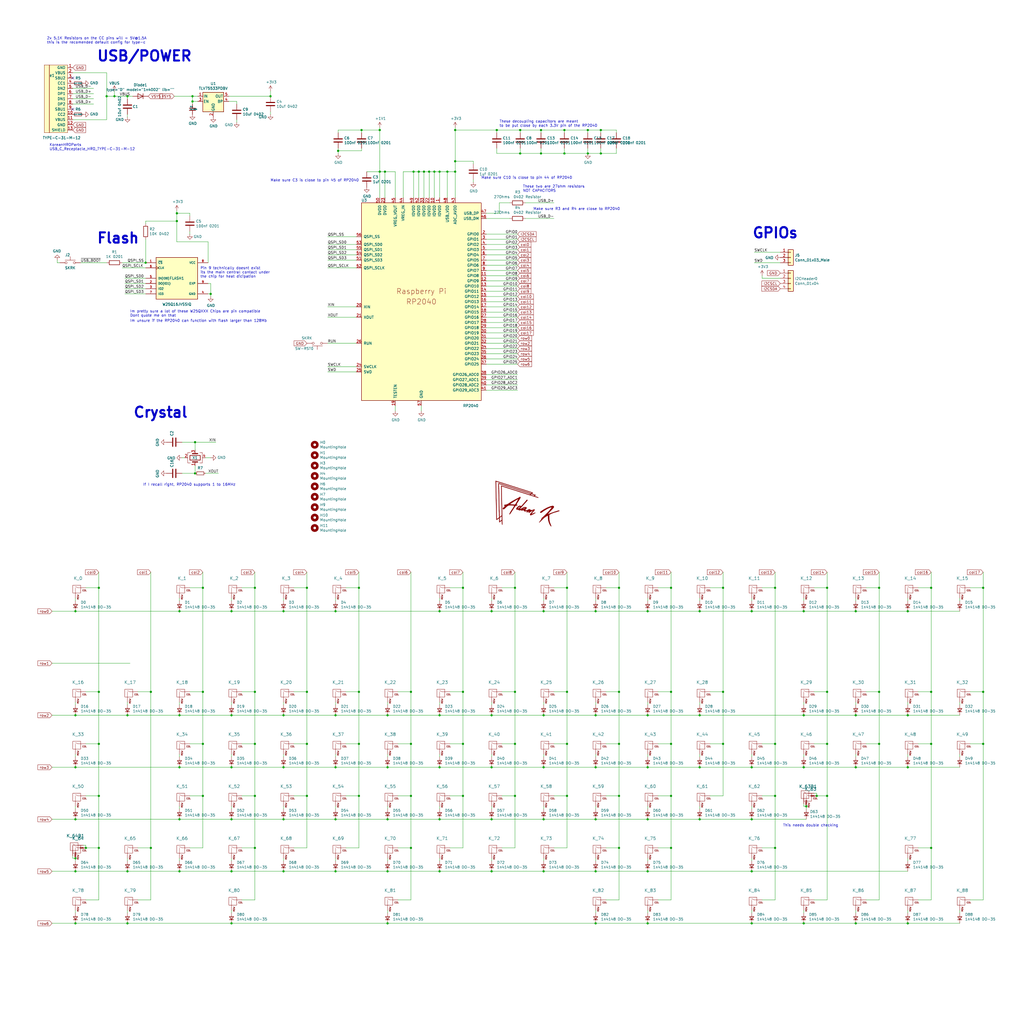
<source format=kicad_sch>
(kicad_sch (version 20211123) (generator eeschema)
  (paper "User" 499.999 499.999)
  (title_block (title "EnvKB") (date "2021-03-08") (rev "Rev.B") (company "Envious Media"))
  (junction (at 99.06 388.62))
  (junction (at 138.43 349.25))
  (junction (at 187.96 83.82))
  (junction (at 163.83 374.65))
  (junction (at 185.42 83.82))
  (junction (at 341.63 400.05))
  (junction (at 367.03 298.45))
  (junction (at 36.83 298.45))
  (junction (at 200.66 414.02))
  (junction (at 290.83 349.25))
  (junction (at 265.43 298.45))
  (junction (at 99.06 287.02))
  (junction (at 86.36 104.14))
  (junction (at 403.86 337.82))
  (junction (at 175.26 287.02))
  (junction (at 95.25 215.9))
  (junction (at 201.93 83.82))
  (junction (at 341.63 298.45))
  (junction (at 353.06 287.02))
  (junction (at 240.03 298.45))
  (junction (at 417.83 374.65))
  (junction (at 207.01 83.82))
  (junction (at 443.23 374.65))
  (junction (at 327.66 414.02))
  (junction (at 265.43 374.65))
  (junction (at 138.43 298.45))
  (junction (at 175.26 388.62))
  (junction (at 200.66 337.82))
  (junction (at 189.23 425.45))
  (junction (at 138.43 400.05))
  (junction (at 189.23 349.25))
  (junction (at 276.86 337.82))
  (junction (at 222.25 63.5))
  (junction (at 417.83 349.25))
  (junction (at 367.03 450.85))
  (junction (at 403.86 287.02))
  (junction (at 242.57 63.5))
  (junction (at 275.59 74.93))
  (junction (at 113.03 400.05))
  (junction (at 302.26 337.82))
  (junction (at 226.06 388.62))
  (junction (at 189.23 450.85))
  (junction (at 254 63.5))
  (junction (at 454.66 287.02))
  (junction (at 124.46 337.82))
  (junction (at 392.43 374.65))
  (junction (at 138.43 425.45))
  (junction (at 175.26 363.22))
  (junction (at 480.06 363.22))
  (junction (at 240.03 425.45))
  (junction (at 353.06 363.22))
  (junction (at 214.63 400.05))
  (junction (at 99.06 363.22))
  (junction (at 378.46 388.62))
  (junction (at 302.26 388.62))
  (junction (at 218.44 83.82))
  (junction (at 124.46 287.02))
  (junction (at 265.43 425.45))
  (junction (at 87.63 374.65))
  (junction (at 302.26 287.02))
  (junction (at 316.23 450.85))
  (junction (at 240.03 349.25))
  (junction (at 222.25 83.82))
  (junction (at 163.83 425.45))
  (junction (at 149.86 388.62))
  (junction (at 290.83 400.05))
  (junction (at 417.83 450.85))
  (junction (at 214.63 374.65))
  (junction (at 87.63 425.45))
  (junction (at 327.66 388.62))
  (junction (at 36.83 450.85))
  (junction (at 163.83 349.25))
  (junction (at 62.23 349.25))
  (junction (at 86.36 107.95))
  (junction (at 132.08 46.99))
  (junction (at 290.83 450.85))
  (junction (at 124.46 363.22))
  (junction (at 62.23 46.99))
  (junction (at 393.7 393.7))
  (junction (at 480.06 287.02))
  (junction (at 367.03 425.45))
  (junction (at 175.26 337.82))
  (junction (at 367.03 400.05))
  (junction (at 93.98 46.99))
  (junction (at 226.06 287.02))
  (junction (at 209.55 83.82))
  (junction (at 254 74.93))
  (junction (at 290.83 298.45))
  (junction (at 454.66 414.02))
  (junction (at 36.83 425.45))
  (junction (at 392.43 450.85))
  (junction (at 264.16 74.93))
  (junction (at 293.37 63.5))
  (junction (at 251.46 388.62))
  (junction (at 316.23 400.05))
  (junction (at 327.66 337.82))
  (junction (at 62.23 450.85))
  (junction (at 165.1 73.66))
  (junction (at 276.86 287.02))
  (junction (at 189.23 374.65))
  (junction (at 287.02 63.5))
  (junction (at 214.63 349.25))
  (junction (at 48.26 363.22))
  (junction (at 480.06 337.82))
  (junction (at 251.46 363.22))
  (junction (at 62.23 425.45))
  (junction (at 48.26 287.02))
  (junction (at 102.87 143.51))
  (junction (at 378.46 363.22))
  (junction (at 113.03 450.85))
  (junction (at 276.86 363.22))
  (junction (at 251.46 287.02))
  (junction (at 149.86 363.22))
  (junction (at 163.83 400.05))
  (junction (at 36.83 374.65))
  (junction (at 327.66 363.22))
  (junction (at 138.43 374.65))
  (junction (at 73.66 414.02))
  (junction (at 316.23 349.25))
  (junction (at 417.83 298.45))
  (junction (at 454.66 363.22))
  (junction (at 214.63 425.45))
  (junction (at 341.63 374.65))
  (junction (at 403.86 388.62))
  (junction (at 73.66 337.82))
  (junction (at 71.12 128.27))
  (junction (at 367.03 374.65))
  (junction (at 222.25 78.74))
  (junction (at 392.43 298.45))
  (junction (at 240.03 400.05))
  (junction (at 36.83 419.1))
  (junction (at 302.26 414.02))
  (junction (at 398.78 388.62))
  (junction (at 341.63 349.25))
  (junction (at 36.83 349.25))
  (junction (at 200.66 388.62))
  (junction (at 316.23 374.65))
  (junction (at 403.86 363.22))
  (junction (at 392.43 349.25))
  (junction (at 443.23 450.85))
  (junction (at 275.59 63.5))
  (junction (at 353.06 337.82))
  (junction (at 99.06 337.82))
  (junction (at 124.46 414.02))
  (junction (at 214.63 83.82))
  (junction (at 327.66 287.02))
  (junction (at 443.23 298.45))
  (junction (at 113.03 374.65))
  (junction (at 240.03 374.65))
  (junction (at 87.63 298.45))
  (junction (at 55.88 46.99))
  (junction (at 87.63 400.05))
  (junction (at 163.83 298.45))
  (junction (at 204.47 83.82))
  (junction (at 113.03 425.45))
  (junction (at 226.06 337.82))
  (junction (at 48.26 388.62))
  (junction (at 443.23 349.25))
  (junction (at 293.37 74.93))
  (junction (at 48.26 414.02))
  (junction (at 149.86 337.82))
  (junction (at 185.42 63.5))
  (junction (at 226.06 363.22))
  (junction (at 87.63 349.25))
  (junction (at 265.43 400.05))
  (junction (at 290.83 425.45))
  (junction (at 316.23 298.45))
  (junction (at 176.53 63.5))
  (junction (at 95.25 231.14))
  (junction (at 93.98 49.53))
  (junction (at 276.86 388.62))
  (junction (at 290.83 374.65))
  (junction (at 429.26 363.22))
  (junction (at 36.83 400.05))
  (junction (at 378.46 414.02))
  (junction (at 429.26 287.02))
  (junction (at 52.07 46.99))
  (junction (at 251.46 337.82))
  (junction (at 113.03 298.45))
  (junction (at 113.03 349.25))
  (junction (at 124.46 388.62))
  (junction (at 429.26 337.82))
  (junction (at 302.26 363.22))
  (junction (at 378.46 287.02))
  (junction (at 48.26 337.82))
  (junction (at 189.23 400.05))
  (junction (at 264.16 63.5))
  (junction (at 287.02 74.93))
  (junction (at 149.86 287.02))
  (junction (at 316.23 425.45))
  (junction (at 41.91 414.02))
  (junction (at 454.66 337.82))
  (junction (at 265.43 349.25))
  (junction (at 200.66 363.22))
  (junction (at 214.63 298.45))
  (junction (at 212.09 83.82))
  (no_connect (at 35.56 38.1))
  (no_connect (at 35.56 53.34))
  (wire (pts (xy 237.49 182.88) (xy 252.73 182.88)))
  (wire (pts (xy 95.25 231.14) (xy 95.25 227.33)))
  (wire (pts (xy 149.86 388.62) (xy 149.86 363.22)))
  (wire (pts (xy 302.26 363.22) (xy 302.26 337.82)))
  (wire (pts (xy 251.46 363.22) (xy 251.46 337.82)))
  (wire (pts (xy 240.03 374.65) (xy 265.43 374.65)))
  (wire (pts (xy 86.36 118.11) (xy 101.6 118.11)))
  (wire (pts (xy 200.66 414.02) (xy 200.66 388.62)))
  (wire (pts (xy 316.23 298.45) (xy 341.63 298.45)))
  (wire (pts (xy 48.26 279.4) (xy 48.26 287.02)))
  (wire (pts (xy 295.91 337.82) (xy 302.26 337.82)))
  (wire (pts (xy 392.43 342.9) (xy 392.43 344.17)))
  (wire (pts (xy 25.4 400.05) (xy 36.83 400.05)))
  (wire (pts (xy 200.66 279.4) (xy 200.66 337.82)))
  (wire (pts (xy 207.01 83.82) (xy 209.55 83.82)))
  (wire (pts (xy 265.43 393.7) (xy 265.43 394.97)))
  (wire (pts (xy 245.11 363.22) (xy 251.46 363.22)))
  (wire (pts (xy 443.23 419.1) (xy 443.23 420.37)))
  (wire (pts (xy 173.99 167.64) (xy 160.02 167.64)))
  (wire (pts (xy 138.43 342.9) (xy 138.43 344.17)))
  (wire (pts (xy 353.06 279.4) (xy 353.06 287.02)))
  (wire (pts (xy 302.26 414.02) (xy 302.26 388.62)))
  (wire (pts (xy 176.53 63.5) (xy 185.42 63.5)))
  (wire (pts (xy 448.31 414.02) (xy 454.66 414.02)))
  (wire (pts (xy 264.16 72.39) (xy 264.16 74.93)))
  (wire (pts (xy 113.03 342.9) (xy 113.03 344.17)))
  (wire (pts (xy 25.4 349.25) (xy 36.83 349.25)))
  (wire (pts (xy 300.99 63.5) (xy 293.37 63.5)))
  (wire (pts (xy 256.54 99.06) (xy 270.51 99.06)))
  (wire (pts (xy 448.31 363.22) (xy 454.66 363.22)))
  (wire (pts (xy 163.83 419.1) (xy 163.83 420.37)))
  (wire (pts (xy 243.84 99.06) (xy 243.84 104.14)))
  (wire (pts (xy 189.23 419.1) (xy 189.23 420.37)))
  (wire (pts (xy 341.63 368.3) (xy 341.63 369.57)))
  (wire (pts (xy 341.63 400.05) (xy 367.03 400.05)))
  (wire (pts (xy 237.49 170.18) (xy 252.73 170.18)))
  (wire (pts (xy 242.57 72.39) (xy 242.57 74.93)))
  (wire (pts (xy 87.63 368.3) (xy 87.63 369.57)))
  (wire (pts (xy 48.26 287.02) (xy 48.26 337.82)))
  (wire (pts (xy 138.43 349.25) (xy 163.83 349.25)))
  (wire (pts (xy 378.46 388.62) (xy 378.46 363.22)))
  (wire (pts (xy 468.63 444.5) (xy 468.63 445.77)))
  (wire (pts (xy 378.46 439.42) (xy 378.46 414.02)))
  (wire (pts (xy 160.02 127) (xy 173.99 127)))
  (wire (pts (xy 189.23 425.45) (xy 214.63 425.45)))
  (wire (pts (xy 378.46 287.02) (xy 378.46 363.22)))
  (wire (pts (xy 270.51 363.22) (xy 276.86 363.22)))
  (wire (pts (xy 71.12 109.22) (xy 71.12 107.95)))
  (wire (pts (xy 222.25 63.5) (xy 222.25 78.74)))
  (wire (pts (xy 165.1 63.5) (xy 176.53 63.5)))
  (wire (pts (xy 165.1 73.66) (xy 165.1 74.93)))
  (wire (pts (xy 214.63 342.9) (xy 214.63 344.17)))
  (wire (pts (xy 265.43 349.25) (xy 290.83 349.25)))
  (wire (pts (xy 448.31 337.82) (xy 454.66 337.82)))
  (wire (pts (xy 290.83 400.05) (xy 316.23 400.05)))
  (wire (pts (xy 372.11 287.02) (xy 378.46 287.02)))
  (wire (pts (xy 176.53 64.77) (xy 176.53 63.5)))
  (wire (pts (xy 36.83 374.65) (xy 87.63 374.65)))
  (wire (pts (xy 99.06 287.02) (xy 99.06 337.82)))
  (wire (pts (xy 295.91 363.22) (xy 302.26 363.22)))
  (wire (pts (xy 175.26 279.4) (xy 175.26 287.02)))
  (wire (pts (xy 429.26 279.4) (xy 429.26 287.02)))
  (wire (pts (xy 124.46 287.02) (xy 124.46 337.82)))
  (wire (pts (xy 316.23 425.45) (xy 367.03 425.45)))
  (wire (pts (xy 316.23 450.85) (xy 367.03 450.85)))
  (wire (pts (xy 316.23 400.05) (xy 341.63 400.05)))
  (wire (pts (xy 264.16 63.5) (xy 275.59 63.5)))
  (wire (pts (xy 88.9 215.9) (xy 95.25 215.9)))
  (wire (pts (xy 219.71 287.02) (xy 226.06 287.02)))
  (wire (pts (xy 381 135.89) (xy 372.11 135.89)))
  (wire (pts (xy 417.83 342.9) (xy 417.83 344.17)))
  (wire (pts (xy 226.06 279.4) (xy 226.06 287.02)))
  (wire (pts (xy 35.56 43.18) (xy 45.72 43.18)))
  (wire (pts (xy 341.63 292.1) (xy 341.63 293.37)))
  (wire (pts (xy 113.03 400.05) (xy 138.43 400.05)))
  (wire (pts (xy 367.03 425.45) (xy 443.23 425.45)))
  (wire (pts (xy 367.03 292.1) (xy 367.03 293.37)))
  (wire (pts (xy 113.03 349.25) (xy 138.43 349.25)))
  (wire (pts (xy 240.03 419.1) (xy 240.03 420.37)))
  (wire (pts (xy 300.99 74.93) (xy 300.99 72.39)))
  (wire (pts (xy 185.42 83.82) (xy 185.42 96.52)))
  (wire (pts (xy 41.91 337.82) (xy 48.26 337.82)))
  (wire (pts (xy 448.31 439.42) (xy 454.66 439.42)))
  (wire (pts (xy 397.51 363.22) (xy 403.86 363.22)))
  (wire (pts (xy 226.06 363.22) (xy 226.06 337.82)))
  (wire (pts (xy 454.66 363.22) (xy 454.66 337.82)))
  (wire (pts (xy 302.26 287.02) (xy 302.26 337.82)))
  (wire (pts (xy 173.99 154.94) (xy 160.02 154.94)))
  (wire (pts (xy 346.71 337.82) (xy 353.06 337.82)))
  (wire (pts (xy 165.1 73.66) (xy 176.53 73.66)))
  (wire (pts (xy 454.66 279.4) (xy 454.66 287.02)))
  (wire (pts (xy 222.25 78.74) (xy 231.14 78.74)))
  (wire (pts (xy 85.09 46.99) (xy 93.98 46.99)))
  (wire (pts (xy 327.66 279.4) (xy 327.66 287.02)))
  (wire (pts (xy 367.03 374.65) (xy 392.43 374.65)))
  (wire (pts (xy 443.23 368.3) (xy 443.23 369.57)))
  (wire (pts (xy 165.1 72.39) (xy 165.1 73.66)))
  (wire (pts (xy 237.49 106.68) (xy 248.92 106.68)))
  (wire (pts (xy 372.11 414.02) (xy 378.46 414.02)))
  (wire (pts (xy 341.63 393.7) (xy 341.63 394.97)))
  (wire (pts (xy 41.91 414.02) (xy 41.91 412.75)))
  (wire (pts (xy 316.23 349.25) (xy 341.63 349.25)))
  (wire (pts (xy 168.91 414.02) (xy 175.26 414.02)))
  (wire (pts (xy 36.83 349.25) (xy 62.23 349.25)))
  (wire (pts (xy 95.25 215.9) (xy 95.25 219.71)))
  (wire (pts (xy 118.11 337.82) (xy 124.46 337.82)))
  (wire (pts (xy 67.31 414.02) (xy 73.66 414.02)))
  (wire (pts (xy 237.49 175.26) (xy 252.73 175.26)))
  (wire (pts (xy 196.85 96.52) (xy 196.85 83.82)))
  (wire (pts (xy 163.83 400.05) (xy 189.23 400.05)))
  (wire (pts (xy 138.43 368.3) (xy 138.43 369.57)))
  (wire (pts (xy 87.63 393.7) (xy 87.63 394.97)))
  (wire (pts (xy 316.23 444.5) (xy 316.23 445.77)))
  (wire (pts (xy 124.46 439.42) (xy 124.46 414.02)))
  (wire (pts (xy 194.31 363.22) (xy 200.66 363.22)))
  (wire (pts (xy 265.43 419.1) (xy 265.43 420.37)))
  (wire (pts (xy 67.31 439.42) (xy 73.66 439.42)))
  (wire (pts (xy 403.86 363.22) (xy 403.86 337.82)))
  (wire (pts (xy 222.25 83.82) (xy 222.25 96.52)))
  (wire (pts (xy 115.57 49.53) (xy 111.76 49.53)))
  (wire (pts (xy 214.63 374.65) (xy 240.03 374.65)))
  (wire (pts (xy 287.02 72.39) (xy 287.02 74.93)))
  (wire (pts (xy 165.1 64.77) (xy 165.1 63.5)))
  (wire (pts (xy 118.11 363.22) (xy 124.46 363.22)))
  (wire (pts (xy 321.31 414.02) (xy 327.66 414.02)))
  (wire (pts (xy 251.46 388.62) (xy 251.46 363.22)))
  (wire (pts (xy 189.23 349.25) (xy 214.63 349.25)))
  (wire (pts (xy 138.43 425.45) (xy 163.83 425.45)))
  (wire (pts (xy 29.21 128.27) (xy 27.94 128.27)))
  (wire (pts (xy 367.03 393.7) (xy 367.03 394.97)))
  (wire (pts (xy 218.44 83.82) (xy 222.25 83.82)))
  (wire (pts (xy 175.26 414.02) (xy 175.26 388.62)))
  (wire (pts (xy 132.08 54.61) (xy 132.08 55.88)))
  (wire (pts (xy 468.63 342.9) (xy 468.63 344.17)))
  (wire (pts (xy 52.07 128.27) (xy 39.37 128.27)))
  (wire (pts (xy 160.02 149.86) (xy 173.99 149.86)))
  (wire (pts (xy 287.02 74.93) (xy 275.59 74.93)))
  (wire (pts (xy 201.93 96.52) (xy 201.93 83.82)))
  (wire (pts (xy 240.03 425.45) (xy 265.43 425.45)))
  (wire (pts (xy 397.51 439.42) (xy 403.86 439.42)))
  (wire (pts (xy 237.49 190.5) (xy 252.73 190.5)))
  (wire (pts (xy 185.42 62.23) (xy 185.42 63.5)))
  (wire (pts (xy 392.43 450.85) (xy 417.83 450.85)))
  (wire (pts (xy 138.43 298.45) (xy 163.83 298.45)))
  (wire (pts (xy 398.78 388.62) (xy 403.86 388.62)))
  (wire (pts (xy 41.91 439.42) (xy 48.26 439.42)))
  (wire (pts (xy 429.26 287.02) (xy 429.26 337.82)))
  (wire (pts (xy 417.83 292.1) (xy 417.83 293.37)))
  (wire (pts (xy 367.03 444.5) (xy 367.03 445.77)))
  (wire (pts (xy 62.23 342.9) (xy 62.23 344.17)))
  (wire (pts (xy 443.23 444.5) (xy 443.23 445.77)))
  (wire (pts (xy 378.46 279.4) (xy 378.46 287.02)))
  (wire (pts (xy 480.06 287.02) (xy 480.06 337.82)))
  (wire (pts (xy 270.51 287.02) (xy 276.86 287.02)))
  (wire (pts (xy 264.16 64.77) (xy 264.16 63.5)))
  (wire (pts (xy 36.83 425.45) (xy 62.23 425.45)))
  (wire (pts (xy 240.03 298.45) (xy 265.43 298.45)))
  (wire (pts (xy 321.31 363.22) (xy 327.66 363.22)))
  (wire (pts (xy 73.66 414.02) (xy 73.66 337.82)))
  (wire (pts (xy 95.25 215.9) (xy 105.41 215.9)))
  (wire (pts (xy 92.71 105.41) (xy 92.71 104.14)))
  (wire (pts (xy 113.03 292.1) (xy 113.03 293.37)))
  (wire (pts (xy 62.23 48.26) (xy 62.23 46.99)))
  (wire (pts (xy 143.51 363.22) (xy 149.86 363.22)))
  (wire (pts (xy 237.49 152.4) (xy 252.73 152.4)))
  (wire (pts (xy 240.03 393.7) (xy 240.03 394.97)))
  (wire (pts (xy 276.86 287.02) (xy 276.86 337.82)))
  (wire (pts (xy 443.23 292.1) (xy 443.23 293.37)))
  (wire (pts (xy 367.03 419.1) (xy 367.03 420.37)))
  (wire (pts (xy 240.03 342.9) (xy 240.03 344.17)))
  (wire (pts (xy 113.03 425.45) (xy 138.43 425.45)))
  (wire (pts (xy 276.86 414.02) (xy 276.86 388.62)))
  (wire (pts (xy 35.56 419.1) (xy 36.83 419.1)))
  (wire (pts (xy 480.06 363.22) (xy 480.06 337.82)))
  (wire (pts (xy 132.08 44.45) (xy 132.08 46.99)))
  (wire (pts (xy 237.49 162.56) (xy 252.73 162.56)))
  (wire (pts (xy 52.07 46.99) (xy 52.07 58.42)))
  (wire (pts (xy 214.63 83.82) (xy 214.63 96.52)))
  (wire (pts (xy 327.66 363.22) (xy 327.66 337.82)))
  (wire (pts (xy 429.26 439.42) (xy 429.26 363.22)))
  (wire (pts (xy 265.43 298.45) (xy 290.83 298.45)))
  (wire (pts (xy 163.83 393.7) (xy 163.83 394.97)))
  (wire (pts (xy 245.11 414.02) (xy 251.46 414.02)))
  (wire (pts (xy 290.83 292.1) (xy 290.83 293.37)))
  (wire (pts (xy 237.49 104.14) (xy 243.84 104.14)))
  (wire (pts (xy 403.86 279.4) (xy 403.86 287.02)))
  (wire (pts (xy 276.86 388.62) (xy 276.86 363.22)))
  (wire (pts (xy 201.93 83.82) (xy 204.47 83.82)))
  (wire (pts (xy 93.98 49.53) (xy 93.98 46.99)))
  (wire (pts (xy 473.71 363.22) (xy 480.06 363.22)))
  (wire (pts (xy 295.91 439.42) (xy 302.26 439.42)))
  (wire (pts (xy 295.91 414.02) (xy 302.26 414.02)))
  (wire (pts (xy 473.71 337.82) (xy 480.06 337.82)))
  (wire (pts (xy 25.4 450.85) (xy 36.83 450.85)))
  (wire (pts (xy 36.83 419.1) (xy 36.83 420.37)))
  (wire (pts (xy 92.71 113.03) (xy 92.71 114.3)))
  (wire (pts (xy 327.66 287.02) (xy 327.66 337.82)))
  (wire (pts (xy 222.25 63.5) (xy 242.57 63.5)))
  (wire (pts (xy 300.99 64.77) (xy 300.99 63.5)))
  (wire (pts (xy 254 64.77) (xy 254 63.5)))
  (wire (pts (xy 87.63 400.05) (xy 113.03 400.05)))
  (wire (pts (xy 41.91 412.75) (xy 40.64 412.75)))
  (wire (pts (xy 36.83 342.9) (xy 36.83 344.17)))
  (wire (pts (xy 341.63 374.65) (xy 367.03 374.65)))
  (wire (pts (xy 237.49 160.02) (xy 252.73 160.02)))
  (wire (pts (xy 62.23 419.1) (xy 62.23 420.37)))
  (wire (pts (xy 59.69 130.81) (xy 71.12 130.81)))
  (wire (pts (xy 237.49 149.86) (xy 252.73 149.86)))
  (wire (pts (xy 219.71 414.02) (xy 226.06 414.02)))
  (wire (pts (xy 93.98 46.99) (xy 96.52 46.99)))
  (wire (pts (xy 293.37 74.93) (xy 300.99 74.93)))
  (wire (pts (xy 237.49 142.24) (xy 252.73 142.24)))
  (wire (pts (xy 193.04 96.52) (xy 193.04 83.82)))
  (wire (pts (xy 149.86 287.02) (xy 149.86 337.82)))
  (wire (pts (xy 115.57 58.42) (xy 115.57 59.69)))
  (wire (pts (xy 175.26 363.22) (xy 175.26 337.82)))
  (wire (pts (xy 242.57 64.77) (xy 242.57 63.5)))
  (wire (pts (xy 214.63 298.45) (xy 240.03 298.45)))
  (wire (pts (xy 163.83 342.9) (xy 163.83 344.17)))
  (wire (pts (xy 113.03 450.85) (xy 189.23 450.85)))
  (wire (pts (xy 41.91 287.02) (xy 48.26 287.02)))
  (wire (pts (xy 176.53 73.66) (xy 176.53 72.39)))
  (wire (pts (xy 102.87 143.51) (xy 102.87 138.43)))
  (wire (pts (xy 173.99 130.81) (xy 160.02 130.81)))
  (wire (pts (xy 189.23 444.5) (xy 189.23 445.77)))
  (wire (pts (xy 55.88 44.45) (xy 55.88 46.99)))
  (wire (pts (xy 209.55 96.52) (xy 209.55 83.82)))
  (wire (pts (xy 245.11 337.82) (xy 251.46 337.82)))
  (wire (pts (xy 214.63 368.3) (xy 214.63 369.57)))
  (wire (pts (xy 48.26 388.62) (xy 48.26 363.22)))
  (wire (pts (xy 237.49 137.16) (xy 252.73 137.16)))
  (wire (pts (xy 138.43 419.1) (xy 138.43 420.37)))
  (wire (pts (xy 275.59 63.5) (xy 287.02 63.5)))
  (wire (pts (xy 205.74 198.12) (xy 205.74 200.66)))
  (wire (pts (xy 200.66 388.62) (xy 200.66 363.22)))
  (wire (pts (xy 36.83 368.3) (xy 36.83 369.57)))
  (wire (pts (xy 71.12 140.97) (xy 60.96 140.97)))
  (wire (pts (xy 302.26 279.4) (xy 302.26 287.02)))
  (wire (pts (xy 214.63 292.1) (xy 214.63 293.37)))
  (wire (pts (xy 138.43 374.65) (xy 163.83 374.65)))
  (wire (pts (xy 287.02 64.77) (xy 287.02 63.5)))
  (wire (pts (xy 86.36 107.95) (xy 86.36 118.11)))
  (wire (pts (xy 187.96 83.82) (xy 185.42 83.82)))
  (wire (pts (xy 204.47 83.82) (xy 207.01 83.82)))
  (wire (pts (xy 143.51 337.82) (xy 149.86 337.82)))
  (wire (pts (xy 60.96 138.43) (xy 71.12 138.43)))
  (wire (pts (xy 102.87 143.51) (xy 101.6 143.51)))
  (wire (pts (xy 36.83 292.1) (xy 36.83 293.37)))
  (wire (pts (xy 240.03 400.05) (xy 265.43 400.05)))
  (wire (pts (xy 41.91 388.62) (xy 48.26 388.62)))
  (wire (pts (xy 290.83 444.5) (xy 290.83 445.77)))
  (wire (pts (xy 468.63 368.3) (xy 468.63 369.57)))
  (wire (pts (xy 251.46 279.4) (xy 251.46 287.02)))
  (wire (pts (xy 214.63 393.7) (xy 214.63 394.97)))
  (wire (pts (xy 35.56 417.83) (xy 35.56 419.1)))
  (wire (pts (xy 189.23 368.3) (xy 189.23 369.57)))
  (wire (pts (xy 275.59 74.93) (xy 264.16 74.93)))
  (wire (pts (xy 256.54 106.68) (xy 270.51 106.68)))
  (wire (pts (xy 237.49 165.1) (xy 252.73 165.1)))
  (wire (pts (xy 35.56 48.26) (xy 45.72 48.26)))
  (wire (pts (xy 403.86 388.62) (xy 403.86 439.42)))
  (wire (pts (xy 173.99 181.61) (xy 160.02 181.61)))
  (wire (pts (xy 242.57 63.5) (xy 254 63.5)))
  (wire (pts (xy 397.51 387.35) (xy 398.78 387.35)))
  (wire (pts (xy 290.83 349.25) (xy 316.23 349.25)))
  (wire (pts (xy 372.11 388.62) (xy 378.46 388.62)))
  (wire (pts (xy 173.99 115.57) (xy 160.02 115.57)))
  (wire (pts (xy 237.49 185.42) (xy 252.73 185.42)))
  (wire (pts (xy 290.83 393.7) (xy 290.83 394.97)))
  (wire (pts (xy 71.12 107.95) (xy 86.36 107.95)))
  (wire (pts (xy 290.83 342.9) (xy 290.83 344.17)))
  (wire (pts (xy 321.31 287.02) (xy 327.66 287.02)))
  (wire (pts (xy 302.26 439.42) (xy 302.26 414.02)))
  (wire (pts (xy 48.26 439.42) (xy 48.26 414.02)))
  (wire (pts (xy 168.91 363.22) (xy 175.26 363.22)))
  (wire (pts (xy 398.78 387.35) (xy 398.78 388.62)))
  (wire (pts (xy 175.26 388.62) (xy 175.26 363.22)))
  (wire (pts (xy 290.83 374.65) (xy 316.23 374.65)))
  (wire (pts (xy 189.23 400.05) (xy 214.63 400.05)))
  (wire (pts (xy 160.02 121.92) (xy 173.99 121.92)))
  (wire (pts (xy 86.36 104.14) (xy 86.36 107.95)))
  (wire (pts (xy 392.43 374.65) (xy 417.83 374.65)))
  (wire (pts (xy 88.9 223.52) (xy 90.17 223.52)))
  (wire (pts (xy 113.03 393.7) (xy 113.03 394.97)))
  (wire (pts (xy 480.06 439.42) (xy 480.06 363.22)))
  (wire (pts (xy 254 74.93) (xy 264.16 74.93)))
  (wire (pts (xy 175.26 287.02) (xy 175.26 337.82)))
  (wire (pts (xy 392.43 292.1) (xy 392.43 293.37)))
  (wire (pts (xy 194.31 337.82) (xy 200.66 337.82)))
  (wire (pts (xy 143.51 414.02) (xy 149.86 414.02)))
  (wire (pts (xy 222.25 78.74) (xy 222.25 83.82)))
  (wire (pts (xy 102.87 144.78) (xy 102.87 143.51)))
  (wire (pts (xy 346.71 388.62) (xy 353.06 388.62)))
  (wire (pts (xy 92.71 287.02) (xy 99.06 287.02)))
  (wire (pts (xy 149.86 414.02) (xy 149.86 388.62)))
  (wire (pts (xy 99.06 363.22) (xy 99.06 337.82)))
  (wire (pts (xy 480.06 279.4) (xy 480.06 287.02)))
  (wire (pts (xy 62.23 55.88) (xy 62.23 57.15)))
  (wire (pts (xy 316.23 374.65) (xy 341.63 374.65)))
  (wire (pts (xy 95.25 231.14) (xy 88.9 231.14)))
  (wire (pts (xy 25.4 323.85) (xy 63.5 323.85)))
  (wire (pts (xy 64.77 46.99) (xy 62.23 46.99)))
  (wire (pts (xy 194.31 439.42) (xy 200.66 439.42)))
  (wire (pts (xy 367.03 368.3) (xy 367.03 369.57)))
  (wire (pts (xy 237.49 121.92) (xy 252.73 121.92)))
  (wire (pts (xy 62.23 349.25) (xy 87.63 349.25)))
  (wire (pts (xy 100.33 231.14) (xy 106.68 231.14)))
  (wire (pts (xy 92.71 104.14) (xy 86.36 104.14)))
  (wire (pts (xy 290.83 368.3) (xy 290.83 369.57)))
  (wire (pts (xy 443.23 450.85) (xy 468.63 450.85)))
  (wire (pts (xy 219.71 337.82) (xy 226.06 337.82)))
  (wire (pts (xy 52.07 58.42) (xy 35.56 58.42)))
  (wire (pts (xy 316.23 292.1) (xy 316.23 293.37)))
  (wire (pts (xy 87.63 292.1) (xy 87.63 293.37)))
  (wire (pts (xy 290.83 450.85) (xy 316.23 450.85)))
  (wire (pts (xy 346.71 363.22) (xy 353.06 363.22)))
  (wire (pts (xy 443.23 349.25) (xy 468.63 349.25)))
  (wire (pts (xy 353.06 388.62) (xy 353.06 363.22)))
  (wire (pts (xy 367.03 400.05) (xy 393.7 400.05)))
  (wire (pts (xy 86.36 102.87) (xy 86.36 104.14)))
  (wire (pts (xy 353.06 363.22) (xy 353.06 337.82)))
  (wire (pts (xy 378.46 414.02) (xy 378.46 388.62)))
  (wire (pts (xy 204.47 96.52) (xy 204.47 83.82)))
  (wire (pts (xy 35.56 45.72) (xy 45.72 45.72)))
  (wire (pts (xy 62.23 425.45) (xy 87.63 425.45)))
  (wire (pts (xy 392.43 298.45) (xy 417.83 298.45)))
  (wire (pts (xy 237.49 187.96) (xy 252.73 187.96)))
  (wire (pts (xy 87.63 298.45) (xy 113.03 298.45)))
  (wire (pts (xy 160.02 124.46) (xy 173.99 124.46)))
  (wire (pts (xy 194.31 388.62) (xy 200.66 388.62)))
  (wire (pts (xy 327.66 414.02) (xy 327.66 388.62)))
  (wire (pts (xy 353.06 287.02) (xy 353.06 337.82)))
  (wire (pts (xy 422.91 337.82) (xy 429.26 337.82)))
  (wire (pts (xy 254 74.93) (xy 254 72.39)))
  (wire (pts (xy 187.96 96.52) (xy 187.96 83.82)))
  (wire (pts (xy 403.86 363.22) (xy 403.86 388.62)))
  (wire (pts (xy 265.43 400.05) (xy 290.83 400.05)))
  (wire (pts (xy 393.7 393.7) (xy 393.7 394.97)))
  (wire (pts (xy 240.03 349.25) (xy 265.43 349.25)))
  (wire (pts (xy 163.83 298.45) (xy 214.63 298.45)))
  (wire (pts (xy 185.42 63.5) (xy 185.42 83.82)))
  (wire (pts (xy 212.09 96.52) (xy 212.09 83.82)))
  (wire (pts (xy 473.71 439.42) (xy 480.06 439.42)))
  (wire (pts (xy 71.12 135.89) (xy 60.96 135.89)))
  (wire (pts (xy 209.55 83.82) (xy 212.09 83.82)))
  (wire (pts (xy 87.63 419.1) (xy 87.63 420.37)))
  (wire (pts (xy 71.12 116.84) (xy 71.12 128.27)))
  (wire (pts (xy 124.46 388.62) (xy 124.46 363.22)))
  (wire (pts (xy 163.83 425.45) (xy 189.23 425.45)))
  (wire (pts (xy 270.51 414.02) (xy 276.86 414.02)))
  (wire (pts (xy 219.71 363.22) (xy 226.06 363.22)))
  (wire (pts (xy 71.12 143.51) (xy 60.96 143.51)))
  (wire (pts (xy 245.11 287.02) (xy 251.46 287.02)))
  (wire (pts (xy 163.83 374.65) (xy 189.23 374.65)))
  (wire (pts (xy 219.71 388.62) (xy 226.06 388.62)))
  (wire (pts (xy 214.63 419.1) (xy 214.63 420.37)))
  (wire (pts (xy 243.84 99.06) (xy 248.92 99.06)))
  (wire (pts (xy 443.23 298.45) (xy 468.63 298.45)))
  (wire (pts (xy 55.88 46.99) (xy 52.07 46.99)))
  (wire (pts (xy 118.11 439.42) (xy 124.46 439.42)))
  (wire (pts (xy 265.43 374.65) (xy 290.83 374.65)))
  (wire (pts (xy 397.51 337.82) (xy 403.86 337.82)))
  (wire (pts (xy 417.83 368.3) (xy 417.83 369.57)))
  (wire (pts (xy 295.91 287.02) (xy 302.26 287.02)))
  (wire (pts (xy 429.26 363.22) (xy 429.26 337.82)))
  (wire (pts (xy 36.83 444.5) (xy 36.83 445.77)))
  (wire (pts (xy 321.31 337.82) (xy 327.66 337.82)))
  (wire (pts (xy 265.43 425.45) (xy 290.83 425.45)))
  (wire (pts (xy 25.4 374.65) (xy 36.83 374.65)))
  (wire (pts (xy 185.42 83.82) (xy 179.07 83.82)))
  (wire (pts (xy 200.66 363.22) (xy 200.66 337.82)))
  (wire (pts (xy 417.83 298.45) (xy 443.23 298.45)))
  (wire (pts (xy 124.46 279.4) (xy 124.46 287.02)))
  (wire (pts (xy 35.56 50.8) (xy 45.72 50.8)))
  (wire (pts (xy 341.63 349.25) (xy 392.43 349.25)))
  (wire (pts (xy 245.11 388.62) (xy 251.46 388.62)))
  (wire (pts (xy 321.31 439.42) (xy 327.66 439.42)))
  (wire (pts (xy 372.11 439.42) (xy 378.46 439.42)))
  (wire (pts (xy 316.23 342.9) (xy 316.23 344.17)))
  (wire (pts (xy 316.23 393.7) (xy 316.23 394.97)))
  (wire (pts (xy 99.06 414.02) (xy 99.06 388.62)))
  (wire (pts (xy 73.66 279.4) (xy 73.66 337.82)))
  (wire (pts (xy 124.46 414.02) (xy 124.46 388.62)))
  (wire (pts (xy 214.63 83.82) (xy 218.44 83.82)))
  (wire (pts (xy 41.91 414.02) (xy 48.26 414.02)))
  (wire (pts (xy 92.71 388.62) (xy 99.06 388.62)))
  (wire (pts (xy 392.43 349.25) (xy 417.83 349.25)))
  (wire (pts (xy 118.11 388.62) (xy 124.46 388.62)))
  (wire (pts (xy 397.51 287.02) (xy 403.86 287.02)))
  (wire (pts (xy 87.63 349.25) (xy 113.03 349.25)))
  (wire (pts (xy 52.07 35.56) (xy 52.07 46.99)))
  (wire (pts (xy 55.88 46.99) (xy 62.23 46.99)))
  (wire (pts (xy 92.71 414.02) (xy 99.06 414.02)))
  (wire (pts (xy 454.66 414.02) (xy 454.66 363.22)))
  (wire (pts (xy 237.49 177.8) (xy 252.73 177.8)))
  (wire (pts (xy 270.51 337.82) (xy 276.86 337.82)))
  (wire (pts (xy 290.83 425.45) (xy 316.23 425.45)))
  (wire (pts (xy 163.83 368.3) (xy 163.83 369.57)))
  (wire (pts (xy 102.87 138.43) (xy 101.6 138.43)))
  (wire (pts (xy 100.33 223.52) (xy 102.87 223.52)))
  (wire (pts (xy 392.43 368.3) (xy 392.43 369.57)))
  (wire (pts (xy 143.51 287.02) (xy 149.86 287.02)))
  (wire (pts (xy 41.91 363.22) (xy 48.26 363.22)))
  (wire (pts (xy 226.06 388.62) (xy 226.06 363.22)))
  (wire (pts (xy 443.23 374.65) (xy 468.63 374.65)))
  (wire (pts (xy 276.86 363.22) (xy 276.86 337.82)))
  (wire (pts (xy 417.83 450.85) (xy 443.23 450.85)))
  (wire (pts (xy 87.63 374.65) (xy 113.03 374.65)))
  (wire (pts (xy 67.31 337.82) (xy 73.66 337.82)))
  (wire (pts (xy 207.01 96.52) (xy 207.01 83.82)))
  (wire (pts (xy 468.63 292.1) (xy 468.63 293.37)))
  (wire (pts (xy 138.43 292.1) (xy 138.43 293.37)))
  (wire (pts (xy 240.03 292.1) (xy 240.03 293.37)))
  (wire (pts (xy 196.85 83.82) (xy 201.93 83.82)))
  (wire (pts (xy 237.49 139.7) (xy 252.73 139.7)))
  (wire (pts (xy 168.91 287.02) (xy 175.26 287.02)))
  (wire (pts (xy 93.98 50.8) (xy 93.98 49.53)))
  (wire (pts (xy 422.91 439.42) (xy 429.26 439.42)))
  (wire (pts (xy 111.76 46.99) (xy 132.08 46.99)))
  (wire (pts (xy 124.46 363.22) (xy 124.46 337.82)))
  (wire (pts (xy 118.11 287.02) (xy 124.46 287.02)))
  (wire (pts (xy 48.26 414.02) (xy 48.26 388.62)))
  (wire (pts (xy 214.63 425.45) (xy 240.03 425.45)))
  (wire (pts (xy 87.63 342.9) (xy 87.63 344.17)))
  (wire (pts (xy 417.83 444.5) (xy 417.83 445.77)))
  (wire (pts (xy 265.43 368.3) (xy 265.43 369.57)))
  (wire (pts (xy 59.69 128.27) (xy 71.12 128.27)))
  (wire (pts (xy 270.51 388.62) (xy 276.86 388.62)))
  (wire (pts (xy 173.99 179.07) (xy 160.02 179.07)))
  (wire (pts (xy 237.49 157.48) (xy 252.73 157.48)))
  (wire (pts (xy 254 63.5) (xy 264.16 63.5)))
  (wire (pts (xy 101.6 128.27) (xy 101.6 118.11)))
  (wire (pts (xy 367.03 298.45) (xy 392.43 298.45)))
  (wire (pts (xy 346.71 287.02) (xy 353.06 287.02)))
  (wire (pts (xy 113.03 419.1) (xy 113.03 420.37)))
  (wire (pts (xy 368.3 128.27) (xy 381 128.27)))
  (wire (pts (xy 327.66 439.42) (xy 327.66 414.02)))
  (wire (pts (xy 403.86 287.02) (xy 403.86 337.82)))
  (wire (pts (xy 240.03 368.3) (xy 240.03 369.57)))
  (wire (pts (xy 118.11 414.02) (xy 124.46 414.02)))
  (wire (pts (xy 189.23 374.65) (xy 214.63 374.65)))
  (wire (pts (xy 226.06 287.02) (xy 226.06 337.82)))
  (wire (pts (xy 115.57 50.8) (xy 115.57 49.53)))
  (wire (pts (xy 341.63 342.9) (xy 341.63 344.17)))
  (wire (pts (xy 293.37 63.5) (xy 287.02 63.5)))
  (wire (pts (xy 168.91 388.62) (xy 175.26 388.62)))
  (wire (pts (xy 36.83 450.85) (xy 62.23 450.85)))
  (wire (pts (xy 93.98 49.53) (xy 96.52 49.53)))
  (wire (pts (xy 36.83 298.45) (xy 87.63 298.45)))
  (wire (pts (xy 290.83 419.1) (xy 290.83 420.37)))
  (wire (pts (xy 163.83 292.1) (xy 163.83 293.37)))
  (wire (pts (xy 287.02 74.93) (xy 293.37 74.93)))
  (wire (pts (xy 189.23 450.85) (xy 290.83 450.85)))
  (wire (pts (xy 189.23 393.7) (xy 189.23 394.97)))
  (wire (pts (xy 372.11 135.89) (xy 372.11 134.62)))
  (wire (pts (xy 143.51 388.62) (xy 149.86 388.62)))
  (wire (pts (xy 237.49 144.78) (xy 252.73 144.78)))
  (wire (pts (xy 160.02 119.38) (xy 173.99 119.38)))
  (wire (pts (xy 341.63 298.45) (xy 367.03 298.45)))
  (wire (pts (xy 473.71 287.02) (xy 480.06 287.02)))
  (wire (pts (xy 302.26 388.62) (xy 302.26 363.22)))
  (wire (pts (xy 99.06 279.4) (xy 99.06 287.02)))
  (wire (pts (xy 237.49 129.54) (xy 252.73 129.54)))
  (wire (pts (xy 36.83 400.05) (xy 87.63 400.05)))
  (wire (pts (xy 392.43 393.7) (xy 393.7 393.7)))
  (wire (pts (xy 113.03 298.45) (xy 138.43 298.45)))
  (wire (pts (xy 99.06 388.62) (xy 99.06 363.22)))
  (wire (pts (xy 417.83 374.65) (xy 443.23 374.65)))
  (wire (pts (xy 200.66 439.42) (xy 200.66 414.02)))
  (wire (pts (xy 113.03 444.5) (xy 113.03 445.77)))
  (wire (pts (xy 293.37 64.77) (xy 293.37 63.5)))
  (wire (pts (xy 237.49 132.08) (xy 252.73 132.08)))
  (wire (pts (xy 293.37 74.93) (xy 293.37 72.39)))
  (wire (pts (xy 73.66 439.42) (xy 73.66 414.02)))
  (wire (pts (xy 92.71 363.22) (xy 99.06 363.22)))
  (wire (pts (xy 417.83 349.25) (xy 443.23 349.25)))
  (wire (pts (xy 381 123.19) (xy 368.3 123.19)))
  (wire (pts (xy 27.94 128.27) (xy 27.94 127)))
  (wire (pts (xy 193.04 83.82) (xy 187.96 83.82)))
  (wire (pts (xy 214.63 400.05) (xy 240.03 400.05)))
  (wire (pts (xy 290.83 298.45) (xy 316.23 298.45)))
  (wire (pts (xy 237.49 167.64) (xy 252.73 167.64)))
  (wire (pts (xy 265.43 292.1) (xy 265.43 293.37)))
  (wire (pts (xy 87.63 425.45) (xy 113.03 425.45)))
  (wire (pts (xy 138.43 393.7) (xy 138.43 394.97)))
  (wire (pts (xy 62.23 444.5) (xy 62.23 445.77)))
  (wire (pts (xy 48.26 363.22) (xy 48.26 337.82)))
  (wire (pts (xy 295.91 388.62) (xy 302.26 388.62)))
  (wire (pts (xy 237.49 119.38) (xy 252.73 119.38)))
  (wire (pts (xy 218.44 96.52) (xy 218.44 83.82)))
  (wire (pts (xy 422.91 287.02) (xy 429.26 287.02)))
  (wire (pts (xy 237.49 172.72) (xy 252.73 172.72)))
  (wire (pts (xy 242.57 74.93) (xy 254 74.93)))
  (wire (pts (xy 237.49 134.62) (xy 252.73 134.62)))
  (wire (pts (xy 316.23 419.1) (xy 316.23 420.37)))
  (wire (pts (xy 113.03 368.3) (xy 113.03 369.57)))
  (wire (pts (xy 454.66 287.02) (xy 454.66 337.82)))
  (wire (pts (xy 237.49 147.32) (xy 252.73 147.32)))
  (wire (pts (xy 316.23 368.3) (xy 316.23 369.57)))
  (wire (pts (xy 237.49 116.84) (xy 252.73 116.84)))
  (wire (pts (xy 163.83 349.25) (xy 189.23 349.25)))
  (wire (pts (xy 392.43 444.5) (xy 392.43 445.77)))
  (wire (pts (xy 35.56 35.56) (xy 52.07 35.56)))
  (wire (pts (xy 168.91 337.82) (xy 175.26 337.82)))
  (wire (pts (xy 265.43 342.9) (xy 265.43 344.17)))
  (wire (pts (xy 214.63 349.25) (xy 240.03 349.25)))
  (wire (pts (xy 113.03 374.65) (xy 138.43 374.65)))
  (wire (pts (xy 212.09 83.82) (xy 214.63 83.82)))
  (wire (pts (xy 237.49 114.3) (xy 252.73 114.3)))
  (wire (pts (xy 193.04 198.12) (xy 193.04 200.66)))
  (wire (pts (xy 237.49 124.46) (xy 252.73 124.46)))
  (wire (pts (xy 251.46 414.02) (xy 251.46 388.62)))
  (wire (pts (xy 237.49 127) (xy 252.73 127)))
  (wire (pts (xy 367.03 450.85) (xy 392.43 450.85)))
  (wire (pts (xy 422.91 363.22) (xy 429.26 363.22)))
  (wire (pts (xy 62.23 450.85) (xy 113.03 450.85)))
  (wire (pts (xy 275.59 72.39) (xy 275.59 74.93)))
  (wire (pts (xy 222.25 62.23) (xy 222.25 63.5)))
  (wire (pts (xy 454.66 439.42) (xy 454.66 414.02)))
  (wire (pts (xy 276.86 279.4) (xy 276.86 287.02)))
  (wire (pts (xy 25.4 425.45) (xy 36.83 425.45)))
  (wire (pts (xy 231.14 80.01) (xy 231.14 78.74)))
  (wire (pts (xy 149.86 279.4) (xy 149.86 287.02)))
  (wire (pts (xy 25.4 298.45) (xy 36.83 298.45)))
  (wire (pts (xy 226.06 414.02) (xy 226.06 388.62)))
  (wire (pts (xy 194.31 414.02) (xy 200.66 414.02)))
  (wire (pts (xy 92.71 337.82) (xy 99.06 337.82)))
  (wire (pts (xy 327.66 388.62) (xy 327.66 363.22)))
  (wire (pts (xy 372.11 363.22) (xy 378.46 363.22)))
  (wire (pts (xy 237.49 154.94) (xy 252.73 154.94)))
  (wire (pts (xy 392.43 392.43) (xy 392.43 393.7)))
  (wire (pts (xy 231.14 87.63) (xy 231.14 88.9)))
  (wire (pts (xy 275.59 64.77) (xy 275.59 63.5)))
  (wire (pts (xy 443.23 342.9) (xy 443.23 344.17)))
  (wire (pts (xy 138.43 400.05) (xy 163.83 400.05)))
  (wire (pts (xy 36.83 393.7) (xy 36.83 394.97)))
  (wire (pts (xy 321.31 388.62) (xy 327.66 388.62)))
  (wire (pts (xy 189.23 342.9) (xy 189.23 344.17)))
  (wire (pts (xy 149.86 363.22) (xy 149.86 337.82)))
  (wire (pts (xy 251.46 287.02) (xy 251.46 337.82)))
  (wire (pts (xy 448.31 287.02) (xy 454.66 287.02)))
  (text "Make sure R3 and R4 are close to RP2040" (at 260.35 102.87 0) (effects (font (size 1.27 1.27)) (justify left bottom)))
  (text "Pin 9 technically doesnt exist\nits the main central contact under\nthe chip for heat dicipation" (at 97.79 135.89 0) (effects (font (size 1.27 1.27)) (justify left bottom)))
  (text "2x 5.1K Resistors on the CC pins will = 5V@1.5A\nthis is the recomended default config for type-c" (at 22.86 21.59 0) (effects (font (size 1.27 1.27)) (justify left bottom)))
  (text "Flash" (at 46.99 119.38 0) (effects (font (size 5.0038 5.0038) (thickness 1.0008) bold) (justify left bottom)))
  (text "These decoupling capacitors are meant\nto be put close by each 3.3V pin of the RP2040" (at 243.84 62.23 0) (effects (font (size 1.27 1.27)) (justify left bottom)))
  (text "Crystal" (at 64.77 204.47 0) (effects (font (size 5.0038 5.0038) (thickness 1.0008) bold) (justify left bottom)))
  (text "Im pretty sure a lot of these W25QXXX Chips are pin compatible\nDont quote me on that" (at 63.5 154.94 0) (effects (font (size 1.27 1.27)) (justify left bottom)))
  (text "KoreanHROParts \nUSB_C_Receptacle_HRO_TYPE-C-31-M-12" (at 24.13 73.66 0) (effects (font (size 1.27 1.27)) (justify left bottom)))
  (text "Im unsure if the RP2040 can function with flash larger than 128Mb" (at 63.5 157.48 0) (effects (font (size 1.27 1.27)) (justify left bottom)))
  (text "GPIOs" (at 367.03 116.84 0) (effects (font (size 5.0038 5.0038) (thickness 1.0008) bold) (justify left bottom)))
  (text "USB/POWER" (at 46.99 30.48 0) (effects (font (size 5.0038 5.0038) (thickness 1.0008) bold) (justify left bottom)))
  (text "Make sure C3 is close to pin 45 of RP2040" (at 175.26 88.9 180) (effects (font (size 1.27 1.27)) (justify right bottom)))
  (text "Make sure C10 is close to pin 44 of RP2040" (at 234.95 87.63 0) (effects (font (size 1.27 1.27)) (justify left bottom)))
  (text "These two are 27ohm resistors \nNOT CAPACITORS" (at 255.27 93.98 0) (effects (font (size 1.27 1.27)) (justify left bottom)))
  (text "This needs double checking" (at 382.27 403.86 0) (effects (font (size 1.27 1.27)) (justify left bottom)))
  (text "If I recall right, RP2040 supports 1 to 16MHz" (at 69.85 237.49 0) (effects (font (size 1.27 1.27)) (justify left bottom)))
  (label "XIN" (at 160.02 149.86 0))
  (label "SWCLK" (at 160.02 179.07 0))
  (label "~{USB_BOOT}" (at 39.37 128.27 0))
  (label "SWD" (at 160.02 181.61 0))
  (label "GPIO4" (at 252.73 124.46 180))
  (label "GPIO27_ADC1" (at 252.73 185.42 180))
  (label "USB_D-" (at 270.51 106.68 180))
  (label "GPIO22" (at 252.73 170.18 180))
  (label "GPIO21" (at 252.73 167.64 180))
  (label "GPIO7" (at 252.73 132.08 180))
  (label "GPIO3" (at 252.73 121.92 180))
  (label "SWCLK" (at 368.3 123.19 0))
  (label "GPIO15" (at 252.73 152.4 180))
  (label "USB_D-" (at 36.83 43.18 0))
  (label "GPIO5" (at 252.73 127 180))
  (label "GPIO1" (at 252.73 116.84 180))
  (label "QSPI_SCLK" (at 59.69 130.81 0))
  (label "GPIO12" (at 252.73 144.78 180))
  (label "GPIO9" (at 252.73 137.16 180))
  (label "USB_D+" (at 270.51 99.06 180))
  (label "QSPI_SD3" (at 160.02 127 0))
  (label "GPIO10" (at 252.73 139.7 180))
  (label "SWD" (at 368.3 128.27 0))
  (label "USB_D+" (at 36.83 45.72 0))
  (label "USB_D+" (at 36.83 50.8 0))
  (label "GPIO0" (at 252.73 114.3 180))
  (label "GPIO20" (at 252.73 165.1 180))
  (label "VBUS" (at 58.42 46.99 0))
  (label "QSPI_SD2" (at 160.02 124.46 0))
  (label "GPIO18" (at 252.73 160.02 180))
  (label "RUN" (at 160.02 167.64 0))
  (label "GPIO16" (at 252.73 154.94 180))
  (label "GPIO17" (at 252.73 157.48 180))
  (label "QSPI_SCLK" (at 160.02 130.81 0))
  (label "QSPI_SD1" (at 60.96 138.43 0))
  (label "QSPI_SD0" (at 60.96 135.89 0))
  (label "GPIO2" (at 252.73 119.38 180))
  (label "GPIO8" (at 252.73 134.62 180))
  (label "QSPI_SD3" (at 60.96 143.51 0))
  (label "GPIO28_ADC2" (at 252.73 187.96 180))
  (label "QSPI_SD0" (at 160.02 119.38 0))
  (label "QSPI_SD1" (at 160.02 121.92 0))
  (label "GPIO13" (at 252.73 147.32 180))
  (label "GPIO29_ADC3" (at 252.73 190.5 180))
  (label "QSPI_SS" (at 160.02 115.57 0))
  (label "XIN" (at 105.41 215.9 180))
  (label "GPIO25" (at 252.73 177.8 180))
  (label "XOUT" (at 160.02 154.94 0))
  (label "USB_D-" (at 36.83 48.26 0))
  (label "XOUT" (at 106.68 231.14 180))
  (label "QSPI_SD2" (at 60.96 140.97 0))
  (label "GPIO24" (at 252.73 175.26 180))
  (label "GPIO6" (at 252.73 129.54 180))
  (label "GPIO23" (at 252.73 172.72 180))
  (label "GPIO14" (at 252.73 149.86 180))
  (label "GPIO19" (at 252.73 162.56 180))
  (label "QSPI_SS" (at 62.23 128.27 0))
  (label "GPIO11" (at 252.73 142.24 180))
  (label "GPIO26_ADC0" (at 252.73 182.88 180))
  (global_label "col15" (shape input) (at 252.73 157.48 0) (property "Intersheet References" "${INTERSHEET_REFS}" (effects hide)))
  (global_label "GND" (shape input) (at 35.56 33.02 0) (property "Intersheet References" "${INTERSHEET_REFS}" (effects hide)))
  (global_label "row0" (shape input) (at 252.73 165.1 0) (property "Intersheet References" "${INTERSHEET_REFS}" (effects hide)))
  (global_label "col6" (shape input) (at 252.73 134.62 0) (property "Intersheet References" "${INTERSHEET_REFS}" (effects hide)))
  (global_label "col17" (shape input) (at 480.06 279.4 180) (property "Intersheet References" "${INTERSHEET_REFS}" (effects hide)))
  (global_label "col2" (shape input) (at 99.06 279.4 180) (property "Intersheet References" "${INTERSHEET_REFS}" (effects hide)))
  (global_label "col17" (shape input) (at 252.73 162.56 0) (property "Intersheet References" "${INTERSHEET_REFS}" (effects hide)))
  (global_label "col0" (shape input) (at 48.26 279.4 180) (property "Intersheet References" "${INTERSHEET_REFS}" (effects hide)))
  (global_label "row1" (shape input) (at 25.4 323.85 180) (property "Intersheet References" "${INTERSHEET_REFS}" (effects hide)))
  (global_label "GND" (shape input) (at 149.86 167.64 180) (property "Intersheet References" "${INTERSHEET_REFS}" (effects hide)))
  (global_label "col1" (shape input) (at 73.66 279.4 180) (property "Intersheet References" "${INTERSHEET_REFS}" (effects hide)))
  (global_label "col0" (shape input) (at 252.73 119.38 0) (property "Intersheet References" "${INTERSHEET_REFS}" (effects hide)))
  (global_label "col9" (shape input) (at 276.86 279.4 180) (property "Intersheet References" "${INTERSHEET_REFS}" (effects hide)))
  (global_label "row0" (shape input) (at 25.4 298.45 180) (property "Intersheet References" "${INTERSHEET_REFS}" (effects hide)))
  (global_label "row3" (shape input) (at 252.73 170.18 0) (property "Intersheet References" "${INTERSHEET_REFS}" (effects hide)))
  (global_label "GND" (shape input) (at 35.56 63.5 0) (property "Intersheet References" "${INTERSHEET_REFS}" (effects hide)))
  (global_label "VSYS" (shape input) (at 72.39 46.99 0) (property "Intersheet References" "${INTERSHEET_REFS}" (effects hide)))
  (global_label "col3" (shape input) (at 252.73 127 0) (property "Intersheet References" "${INTERSHEET_REFS}" (effects hide)))
  (global_label "col7" (shape input) (at 226.06 279.4 180) (property "Intersheet References" "${INTERSHEET_REFS}" (effects hide)))
  (global_label "col13" (shape input) (at 378.46 279.4 180) (property "Intersheet References" "${INTERSHEET_REFS}" (effects hide)))
  (global_label "GND" (shape input) (at 35.56 60.96 0) (property "Intersheet References" "${INTERSHEET_REFS}" (effects hide)))
  (global_label "col12" (shape input) (at 353.06 279.4 180) (property "Intersheet References" "${INTERSHEET_REFS}" (effects hide)))
  (global_label "row6" (shape input) (at 252.73 177.8 0) (property "Intersheet References" "${INTERSHEET_REFS}" (effects hide)))
  (global_label "col7" (shape input) (at 252.73 137.16 0) (property "Intersheet References" "${INTERSHEET_REFS}" (effects hide)))
  (global_label "col5" (shape input) (at 252.73 132.08 0) (property "Intersheet References" "${INTERSHEET_REFS}" (effects hide)))
  (global_label "row4" (shape input) (at 25.4 400.05 180) (property "Intersheet References" "${INTERSHEET_REFS}" (effects hide)))
  (global_label "row6" (shape input) (at 25.4 450.85 180) (property "Intersheet References" "${INTERSHEET_REFS}" (effects hide)))
  (global_label "col4" (shape input) (at 149.86 279.4 180) (property "Intersheet References" "${INTERSHEET_REFS}" (effects hide)))
  (global_label "col11" (shape input) (at 327.66 279.4 180) (property "Intersheet References" "${INTERSHEET_REFS}" (effects hide)))
  (global_label "row2" (shape input) (at 252.73 167.64 0) (property "Intersheet References" "${INTERSHEET_REFS}" (effects hide)))
  (global_label "I2CSDA" (shape input) (at 252.73 114.3 0) (property "Intersheet References" "${INTERSHEET_REFS}" (effects hide)))
  (global_label "col13" (shape input) (at 252.73 152.4 0) (property "Intersheet References" "${INTERSHEET_REFS}" (effects hide)))
  (global_label "col12" (shape input) (at 252.73 149.86 0) (property "Intersheet References" "${INTERSHEET_REFS}" (effects hide)))
  (global_label "col3" (shape input) (at 124.46 279.4 180) (property "Intersheet References" "${INTERSHEET_REFS}" (effects hide)))
  (global_label "row5" (shape input) (at 252.73 175.26 0) (property "Intersheet References" "${INTERSHEET_REFS}" (effects hide)))
  (global_label "col14" (shape input) (at 403.86 279.4 180) (property "Intersheet References" "${INTERSHEET_REFS}" (effects hide)))
  (global_label "col5" (shape input) (at 175.26 279.4 180) (property "Intersheet References" "${INTERSHEET_REFS}" (effects hide)))
  (global_label "col10" (shape input) (at 302.26 279.4 180) (property "Intersheet References" "${INTERSHEET_REFS}" (effects hide)))
  (global_label "col16" (shape input) (at 454.66 279.4 180) (property "Intersheet References" "${INTERSHEET_REFS}" (effects hide)))
  (global_label "col6" (shape input) (at 200.66 279.4 180) (property "Intersheet References" "${INTERSHEET_REFS}" (effects hide)))
  (global_label "VSYS" (shape input) (at 85.09 46.99 180) (property "Intersheet References" "${INTERSHEET_REFS}" (effects hide)))
  (global_label "I2CSDA" (shape input) (at 381 140.97 180) (property "Intersheet References" "${INTERSHEET_REFS}" (effects hide)))
  (global_label "col2" (shape input) (at 252.73 124.46 0) (property "Intersheet References" "${INTERSHEET_REFS}" (effects hide)))
  (global_label "I2CSCL" (shape input) (at 381 138.43 180) (property "Intersheet References" "${INTERSHEET_REFS}" (effects hide)))
  (global_label "GND" (shape input) (at 381 133.35 180) (property "Intersheet References" "${INTERSHEET_REFS}" (effects hide)))
  (global_label "col14" (shape input) (at 252.73 154.94 0) (property "Intersheet References" "${INTERSHEET_REFS}" (effects hide)))
  (global_label "col9" (shape input) (at 252.73 142.24 0) (property "Intersheet References" "${INTERSHEET_REFS}" (effects hide)))
  (global_label "row4" (shape input) (at 252.73 172.72 0) (property "Intersheet References" "${INTERSHEET_REFS}" (effects hide)))
  (global_label "row5" (shape input) (at 25.4 425.45 180) (property "Intersheet References" "${INTERSHEET_REFS}" (effects hide)))
  (global_label "col8" (shape input) (at 251.46 279.4 180) (property "Intersheet References" "${INTERSHEET_REFS}" (effects hide)))
  (global_label "col1" (shape input) (at 252.73 121.92 0) (property "Intersheet References" "${INTERSHEET_REFS}" (effects hide)))
  (global_label "col4" (shape input) (at 252.73 129.54 0) (property "Intersheet References" "${INTERSHEET_REFS}" (effects hide)))
  (global_label "row2" (shape input) (at 25.4 349.25 180) (property "Intersheet References" "${INTERSHEET_REFS}" (effects hide)))
  (global_label "col11" (shape input) (at 252.73 147.32 0) (property "Intersheet References" "${INTERSHEET_REFS}" (effects hide)))
  (global_label "col8" (shape input) (at 252.73 139.7 0) (property "Intersheet References" "${INTERSHEET_REFS}" (effects hide)))
  (global_label "row3" (shape input) (at 25.4 374.65 180) (property "Intersheet References" "${INTERSHEET_REFS}" (effects hide)))
  (global_label "col16" (shape input) (at 252.73 160.02 0) (property "Intersheet References" "${INTERSHEET_REFS}" (effects hide)))
  (global_label "col15" (shape input) (at 429.26 279.4 180) (property "Intersheet References" "${INTERSHEET_REFS}" (effects hide)))
  (global_label "col10" (shape input) (at 252.73 144.78 0) (property "Intersheet References" "${INTERSHEET_REFS}" (effects hide)))
  (global_label "I2CSCL" (shape input) (at 252.73 116.84 0) (property "Intersheet References" "${INTERSHEET_REFS}" (effects hide)))
  (symbol (lib_id "Device:D_Small") (at 87.63 295.91 90) (unit 1)
    (property "Reference" "D1" (at 90.17 294.132 90) (effects (justify right)))
    (property "Value" "1n4148 DO-35" (at 90.17 296.418 90) (effects (justify right)))
    (property "Footprint" "Diode_THT:D_DO-35_SOD27_P7.62mm_Horizontal" (effects hide))
  )
  (symbol (lib_id "MX_Alps_Hybrid:MX-NoLED") (at 114.3 288.29 0) (unit 1)
    (property "Reference" "K_2" (at 114.3 282.3718 0) (effects (font (size 1.524 1.524))))
    (property "Value" "KEYSW" (effects hide))
    (property "Footprint" "MX_Only:MXOnly-1U-NoLED" (effects hide))
  )
  (symbol (lib_id "MX_Alps_Hybrid:MX-NoLED") (at 241.3 288.29 0) (unit 1)
    (property "Reference" "K_6" (at 241.3 282.3718 0) (effects (font (size 1.524 1.524))))
    (property "Value" "KEYSW" (effects hide))
    (property "Footprint" "MX_Only:MXOnly-1U-NoLED" (effects hide))
  )
  (symbol (lib_id "MX_Alps_Hybrid:MX-NoLED") (at 292.1 288.29 0) (unit 1)
    (property "Reference" "K_8" (at 292.1 282.3718 0) (effects (font (size 1.524 1.524))))
    (property "Value" "KEYSW" (effects hide))
    (property "Footprint" "MX_Only:MXOnly-1U-NoLED" (effects hide))
  )
  (symbol (lib_id "Device:D_Small") (at 341.63 295.91 90) (unit 1)
    (property "Reference" "D10" (at 344.17 294.132 90) (effects (justify right)))
    (property "Value" "1n4148 DO-35" (at 344.17 296.418 90) (effects (justify right)))
    (property "Footprint" "Diode_THT:D_DO-35_SOD27_P7.62mm_Horizontal" (effects hide))
  )
  (symbol (lib_id "Device:D_Small") (at 367.03 295.91 90) (unit 1)
    (property "Reference" "D11" (at 369.57 294.132 90) (effects (justify right)))
    (property "Value" "1n4148 DO-35" (at 369.57 296.418 90) (effects (justify right)))
    (property "Footprint" "Diode_THT:D_DO-35_SOD27_P7.62mm_Horizontal" (effects hide))
  )
  (symbol (lib_id "MX_Alps_Hybrid:MX-NoLED") (at 368.3 288.29 0) (unit 1)
    (property "Reference" "K_11" (at 368.3 282.3718 0) (effects (font (size 1.524 1.524))))
    (property "Value" "KEYSW" (effects hide))
    (property "Footprint" "MX_Only:MXOnly-1U-NoLED" (effects hide))
  )
  (symbol (lib_id "Device:D_Small") (at 392.43 295.91 90) (unit 1)
    (property "Reference" "D12" (at 394.97 294.132 90) (effects (justify right)))
    (property "Value" "1n4148 DO-35" (at 394.97 296.418 90) (effects (justify right)))
    (property "Footprint" "Diode_THT:D_DO-35_SOD27_P7.62mm_Horizontal" (effects hide))
  )
  (symbol (lib_id "MX_Alps_Hybrid:MX-NoLED") (at 393.7 288.29 0) (unit 1)
    (property "Reference" "K_12" (at 393.7 282.3718 0) (effects (font (size 1.524 1.524))))
    (property "Value" "KEYSW" (effects hide))
    (property "Footprint" "MX_Only:MXOnly-1U-NoLED" (effects hide))
  )
  (symbol (lib_id "Device:D_Small") (at 417.83 295.91 90) (unit 1)
    (property "Reference" "D13" (at 420.37 294.132 90) (effects (justify right)))
    (property "Value" "1n4148 DO-35" (at 420.37 296.418 90) (effects (justify right)))
    (property "Footprint" "Diode_THT:D_DO-35_SOD27_P7.62mm_Horizontal" (effects hide))
  )
  (symbol (lib_id "MX_Alps_Hybrid:MX-NoLED") (at 419.1 288.29 0) (unit 1)
    (property "Reference" "K_13" (at 419.1 282.3718 0) (effects (font (size 1.524 1.524))))
    (property "Value" "KEYSW" (effects hide))
    (property "Footprint" "MX_Only:MXOnly-1U-NoLED" (effects hide))
  )
  (symbol (lib_id "Device:D_Small") (at 443.23 295.91 90) (unit 1)
    (property "Reference" "D14" (at 445.77 294.132 90) (effects (justify right)))
    (property "Value" "1n4148 DO-35" (at 445.77 296.418 90) (effects (justify right)))
    (property "Footprint" "Diode_THT:D_DO-35_SOD27_P7.62mm_Horizontal" (effects hide))
  )
  (symbol (lib_id "MX_Alps_Hybrid:MX-NoLED") (at 444.5 288.29 0) (unit 1)
    (property "Reference" "K_14" (at 444.5 282.3718 0) (effects (font (size 1.524 1.524))))
    (property "Value" "KEYSW" (effects hide))
    (property "Footprint" "MX_Only:MXOnly-1U-NoLED" (effects hide))
  )
  (symbol (lib_id "Device:D_Small") (at 468.63 295.91 90) (unit 1)
    (property "Reference" "D15" (at 471.17 294.132 90) (effects (justify right)))
    (property "Value" "1n4148 DO-35" (at 471.17 296.418 90) (effects (justify right)))
    (property "Footprint" "Diode_THT:D_DO-35_SOD27_P7.62mm_Horizontal" (effects hide))
  )
  (symbol (lib_id "MX_Alps_Hybrid:MX-NoLED") (at 469.9 288.29 0) (unit 1)
    (property "Reference" "K_15" (at 469.9 282.3718 0) (effects (font (size 1.524 1.524))))
    (property "Value" "KEYSW" (effects hide))
    (property "Footprint" "MX_Only:MXOnly-1U-NoLED" (effects hide))
  )
  (symbol (lib_id "Device:D_Small") (at 36.83 346.71 90) (unit 1)
    (property "Reference" "D16" (at 39.37 344.932 90) (effects (justify right)))
    (property "Value" "1n4148 DO-35" (at 39.37 347.218 90) (effects (justify right)))
    (property "Footprint" "Diode_THT:D_DO-35_SOD27_P7.62mm_Horizontal" (effects hide))
  )
  (symbol (lib_id "MX_Alps_Hybrid:MX-NoLED") (at 38.1 339.09 0) (unit 1)
    (property "Reference" "K_16" (at 38.1 333.1718 0) (effects (font (size 1.524 1.524))))
    (property "Value" "KEYSW" (effects hide))
    (property "Footprint" "MX_Only:MXOnly-1U-NoLED" (effects hide))
  )
  (symbol (lib_id "Device:D_Small") (at 62.23 346.71 90) (unit 1)
    (property "Reference" "D17" (at 64.77 344.932 90) (effects (justify right)))
    (property "Value" "1n4148 DO-35" (at 64.77 347.218 90) (effects (justify right)))
    (property "Footprint" "Diode_THT:D_DO-35_SOD27_P7.62mm_Horizontal" (effects hide))
  )
  (symbol (lib_id "MX_Alps_Hybrid:MX-NoLED") (at 63.5 339.09 0) (unit 1)
    (property "Reference" "K_17" (at 63.5 333.1718 0) (effects (font (size 1.524 1.524))))
    (property "Value" "KEYSW" (effects hide))
    (property "Footprint" "MX_Only:MXOnly-1U-NoLED" (effects hide))
  )
  (symbol (lib_id "Device:D_Small") (at 87.63 346.71 90) (unit 1)
    (property "Reference" "D18" (at 90.17 344.932 90) (effects (justify right)))
    (property "Value" "1n4148 DO-35" (at 90.17 347.218 90) (effects (justify right)))
    (property "Footprint" "Diode_THT:D_DO-35_SOD27_P7.62mm_Horizontal" (effects hide))
  )
  (symbol (lib_id "MX_Alps_Hybrid:MX-NoLED") (at 88.9 339.09 0) (unit 1)
    (property "Reference" "K_18" (at 88.9 333.1718 0) (effects (font (size 1.524 1.524))))
    (property "Value" "KEYSW" (effects hide))
    (property "Footprint" "MX_Only:MXOnly-1U-NoLED" (effects hide))
  )
  (symbol (lib_id "Device:D_Small") (at 113.03 346.71 90) (unit 1)
    (property "Reference" "D19" (at 115.57 344.932 90) (effects (justify right)))
    (property "Value" "1n4148 DO-35" (at 115.57 347.218 90) (effects (justify right)))
    (property "Footprint" "Diode_THT:D_DO-35_SOD27_P7.62mm_Horizontal" (effects hide))
  )
  (symbol (lib_id "MX_Alps_Hybrid:MX-NoLED") (at 114.3 339.09 0) (unit 1)
    (property "Reference" "K_19" (at 114.3 333.1718 0) (effects (font (size 1.524 1.524))))
    (property "Value" "KEYSW" (effects hide))
    (property "Footprint" "MX_Only:MXOnly-1U-NoLED" (effects hide))
  )
  (symbol (lib_id "Device:D_Small") (at 138.43 346.71 90) (unit 1)
    (property "Reference" "D20" (at 140.97 344.932 90) (effects (justify right)))
    (property "Value" "1n4148 DO-35" (at 140.97 347.218 90) (effects (justify right)))
    (property "Footprint" "Diode_THT:D_DO-35_SOD27_P7.62mm_Horizontal" (effects hide))
  )
  (symbol (lib_id "MX_Alps_Hybrid:MX-NoLED") (at 139.7 339.09 0) (unit 1)
    (property "Reference" "K_20" (at 139.7 333.1718 0) (effects (font (size 1.524 1.524))))
    (property "Value" "KEYSW" (effects hide))
    (property "Footprint" "MX_Only:MXOnly-1U-NoLED" (effects hide))
  )
  (symbol (lib_id "Device:D_Small") (at 163.83 346.71 90) (unit 1)
    (property "Reference" "D21" (at 166.37 344.932 90) (effects (justify right)))
    (property "Value" "1n4148 DO-35" (at 166.37 347.218 90) (effects (justify right)))
    (property "Footprint" "Diode_THT:D_DO-35_SOD27_P7.62mm_Horizontal" (effects hide))
  )
  (symbol (lib_id "MX_Alps_Hybrid:MX-NoLED") (at 165.1 339.09 0) (unit 1)
    (property "Reference" "K_21" (at 165.1 333.1718 0) (effects (font (size 1.524 1.524))))
    (property "Value" "KEYSW" (effects hide))
    (property "Footprint" "MX_Only:MXOnly-1U-NoLED" (effects hide))
  )
  (symbol (lib_id "Device:D_Small") (at 189.23 346.71 90) (unit 1)
    (property "Reference" "D22" (at 191.77 344.932 90) (effects (justify right)))
    (property "Value" "1n4148 DO-35" (at 191.77 347.218 90) (effects (justify right)))
    (property "Footprint" "Diode_THT:D_DO-35_SOD27_P7.62mm_Horizontal" (effects hide))
  )
  (symbol (lib_id "MX_Alps_Hybrid:MX-NoLED") (at 190.5 339.09 0) (unit 1)
    (property "Reference" "K_22" (at 190.5 333.1718 0) (effects (font (size 1.524 1.524))))
    (property "Value" "KEYSW" (effects hide))
    (property "Footprint" "MX_Only:MXOnly-1U-NoLED" (effects hide))
  )
  (symbol (lib_id "Device:D_Small") (at 214.63 346.71 90) (unit 1)
    (property "Reference" "D23" (at 217.17 344.932 90) (effects (justify right)))
    (property "Value" "1n4148 DO-35" (at 217.17 347.218 90) (effects (justify right)))
    (property "Footprint" "Diode_THT:D_DO-35_SOD27_P7.62mm_Horizontal" (effects hide))
  )
  (symbol (lib_id "MX_Alps_Hybrid:MX-NoLED") (at 215.9 339.09 0) (unit 1)
    (property "Reference" "K_23" (at 215.9 333.1718 0) (effects (font (size 1.524 1.524))))
    (property "Value" "KEYSW" (effects hide))
    (property "Footprint" "MX_Only:MXOnly-1U-NoLED" (effects hide))
  )
  (symbol (lib_id "Device:D_Small") (at 240.03 346.71 90) (unit 1)
    (property "Reference" "D24" (at 242.57 344.932 90) (effects (justify right)))
    (property "Value" "1n4148 DO-35" (at 242.57 347.218 90) (effects (justify right)))
    (property "Footprint" "Diode_THT:D_DO-35_SOD27_P7.62mm_Horizontal" (effects hide))
  )
  (symbol (lib_id "MX_Alps_Hybrid:MX-NoLED") (at 241.3 339.09 0) (unit 1)
    (property "Reference" "K_24" (at 241.3 333.1718 0) (effects (font (size 1.524 1.524))))
    (property "Value" "KEYSW" (effects hide))
    (property "Footprint" "MX_Only:MXOnly-1U-NoLED" (effects hide))
  )
  (symbol (lib_id "Device:D_Small") (at 265.43 346.71 90) (unit 1)
    (property "Reference" "D25" (at 267.97 344.932 90) (effects (justify right)))
    (property "Value" "1n4148 DO-35" (at 267.97 347.218 90) (effects (justify right)))
    (property "Footprint" "Diode_THT:D_DO-35_SOD27_P7.62mm_Horizontal" (effects hide))
  )
  (symbol (lib_id "MX_Alps_Hybrid:MX-NoLED") (at 266.7 339.09 0) (unit 1)
    (property "Reference" "K_25" (at 266.7 333.1718 0) (effects (font (size 1.524 1.524))))
    (property "Value" "KEYSW" (effects hide))
    (property "Footprint" "MX_Only:MXOnly-1U-NoLED" (effects hide))
  )
  (symbol (lib_id "Device:D_Small") (at 290.83 346.71 90) (unit 1)
    (property "Reference" "D26" (at 293.37 344.932 90) (effects (justify right)))
    (property "Value" "1n4148 DO-35" (at 293.37 347.218 90) (effects (justify right)))
    (property "Footprint" "Diode_THT:D_DO-35_SOD27_P7.62mm_Horizontal" (effects hide))
  )
  (symbol (lib_id "MX_Alps_Hybrid:MX-NoLED") (at 292.1 339.09 0) (unit 1)
    (property "Reference" "K_26" (at 292.1 333.1718 0) (effects (font (size 1.524 1.524))))
    (property "Value" "KEYSW" (effects hide))
    (property "Footprint" "MX_Only:MXOnly-1U-NoLED" (effects hide))
  )
  (symbol (lib_id "Device:D_Small") (at 316.23 346.71 90) (unit 1)
    (property "Reference" "D27" (at 318.77 344.932 90) (effects (justify right)))
    (property "Value" "1n4148 DO-35" (at 318.77 347.218 90) (effects (justify right)))
    (property "Footprint" "Diode_THT:D_DO-35_SOD27_P7.62mm_Horizontal" (effects hide))
  )
  (symbol (lib_id "MX_Alps_Hybrid:MX-NoLED") (at 317.5 339.09 0) (unit 1)
    (property "Reference" "K_27" (at 317.5 333.1718 0) (effects (font (size 1.524 1.524))))
    (property "Value" "KEYSW" (effects hide))
    (property "Footprint" "MX_Only:MXOnly-1U-NoLED" (effects hide))
  )
  (symbol (lib_id "Device:D_Small") (at 341.63 346.71 90) (unit 1)
    (property "Reference" "D28" (at 344.17 344.932 90) (effects (justify right)))
    (property "Value" "1n4148 DO-35" (at 344.17 347.218 90) (effects (justify right)))
    (property "Footprint" "Diode_THT:D_DO-35_SOD27_P7.62mm_Horizontal" (effects hide))
  )
  (symbol (lib_id "MX_Alps_Hybrid:MX-NoLED") (at 342.9 339.09 0) (unit 1)
    (property "Reference" "K_28" (at 342.9 333.1718 0) (effects (font (size 1.524 1.524))))
    (property "Value" "KEYSW" (effects hide))
    (property "Footprint" "MX_Only:MXOnly-1U-NoLED" (effects hide))
  )
  (symbol (lib_id "Device:D_Small") (at 392.43 346.71 90) (unit 1)
    (property "Reference" "D29" (at 394.97 344.932 90) (effects (justify right)))
    (property "Value" "1n4148 DO-35" (at 394.97 347.218 90) (effects (justify right)))
    (property "Footprint" "Diode_THT:D_DO-35_SOD27_P7.62mm_Horizontal" (effects hide))
  )
  (symbol (lib_id "MX_Alps_Hybrid:MX-NoLED") (at 393.7 339.09 0) (unit 1)
    (property "Reference" "K_29" (at 393.7 333.1718 0) (effects (font (size 1.524 1.524))))
    (property "Value" "KEYSW" (effects hide))
    (property "Footprint" "MX_Only:MXOnly-2U-NoLED" (effects hide))
  )
  (symbol (lib_id "Device:D_Small") (at 417.83 346.71 90) (unit 1)
    (property "Reference" "D30" (at 420.37 344.932 90) (effects (justify right)))
    (property "Value" "1n4148 DO-35" (at 420.37 347.218 90) (effects (justify right)))
    (property "Footprint" "Diode_THT:D_DO-35_SOD27_P7.62mm_Horizontal" (effects hide))
  )
  (symbol (lib_id "MX_Alps_Hybrid:MX-NoLED") (at 419.1 339.09 0) (unit 1)
    (property "Reference" "K_30" (at 419.1 333.1718 0) (effects (font (size 1.524 1.524))))
    (property "Value" "KEYSW" (effects hide))
    (property "Footprint" "MX_Only:MXOnly-1U-NoLED" (effects hide))
  )
  (symbol (lib_id "Device:D_Small") (at 443.23 346.71 90) (unit 1)
    (property "Reference" "D31" (at 445.77 344.932 90) (effects (justify right)))
    (property "Value" "1n4148 DO-35" (at 445.77 347.218 90) (effects (justify right)))
    (property "Footprint" "Diode_THT:D_DO-35_SOD27_P7.62mm_Horizontal" (effects hide))
  )
  (symbol (lib_id "MX_Alps_Hybrid:MX-NoLED") (at 444.5 339.09 0) (unit 1)
    (property "Reference" "K_31" (at 444.5 333.1718 0) (effects (font (size 1.524 1.524))))
    (property "Value" "KEYSW" (effects hide))
    (property "Footprint" "MX_Only:MXOnly-1U-NoLED" (effects hide))
  )
  (symbol (lib_id "Device:D_Small") (at 468.63 346.71 90) (unit 1)
    (property "Reference" "D32" (at 471.17 344.932 90) (effects (justify right)))
    (property "Value" "1n4148 DO-35" (at 471.17 347.218 90) (effects (justify right)))
    (property "Footprint" "Diode_THT:D_DO-35_SOD27_P7.62mm_Horizontal" (effects hide))
  )
  (symbol (lib_id "MX_Alps_Hybrid:MX-NoLED") (at 469.9 339.09 0) (unit 1)
    (property "Reference" "K_32" (at 469.9 333.1718 0) (effects (font (size 1.524 1.524))))
    (property "Value" "KEYSW" (effects hide))
    (property "Footprint" "MX_Only:MXOnly-1U-NoLED" (effects hide))
  )
  (symbol (lib_id "Device:D_Small") (at 36.83 372.11 90) (unit 1)
    (property "Reference" "D33" (at 39.37 370.332 90) (effects (justify right)))
    (property "Value" "1n4148 DO-35" (at 39.37 372.618 90) (effects (justify right)))
    (property "Footprint" "Diode_THT:D_DO-35_SOD27_P7.62mm_Horizontal" (effects hide))
  )
  (symbol (lib_id "MX_Alps_Hybrid:MX-NoLED") (at 38.1 364.49 0) (unit 1)
    (property "Reference" "K_33" (at 38.1 358.5718 0) (effects (font (size 1.524 1.524))))
    (property "Value" "KEYSW" (effects hide))
    (property "Footprint" "MX_Only:MXOnly-1.5U-NoLED" (effects hide))
  )
  (symbol (lib_id "Device:D_Small") (at 87.63 372.11 90) (unit 1)
    (property "Reference" "D34" (at 90.17 370.332 90) (effects (justify right)))
    (property "Value" "1n4148 DO-35" (at 90.17 372.618 90) (effects (justify right)))
    (property "Footprint" "Diode_THT:D_DO-35_SOD27_P7.62mm_Horizontal" (effects hide))
  )
  (symbol (lib_id "MX_Alps_Hybrid:MX-NoLED") (at 88.9 364.49 0) (unit 1)
    (property "Reference" "K_34" (at 88.9 358.5718 0) (effects (font (size 1.524 1.524))))
    (property "Value" "KEYSW" (effects hide))
    (property "Footprint" "MX_Only:MXOnly-1U-NoLED" (effects hide))
  )
  (symbol (lib_id "Device:D_Small") (at 113.03 372.11 90) (unit 1)
    (property "Reference" "D35" (at 115.57 370.332 90) (effects (justify right)))
    (property "Value" "1n4148 DO-35" (at 115.57 372.618 90) (effects (justify right)))
    (property "Footprint" "Diode_THT:D_DO-35_SOD27_P7.62mm_Horizontal" (effects hide))
  )
  (symbol (lib_id "MX_Alps_Hybrid:MX-NoLED") (at 114.3 364.49 0) (unit 1)
    (property "Reference" "K_35" (at 114.3 358.5718 0) (effects (font (size 1.524 1.524))))
    (property "Value" "KEYSW" (effects hide))
    (property "Footprint" "MX_Only:MXOnly-1U-NoLED" (effects hide))
  )
  (symbol (lib_id "Device:D_Small") (at 138.43 372.11 90) (unit 1)
    (property "Reference" "D36" (at 140.97 370.332 90) (effects (justify right)))
    (property "Value" "1n4148 DO-35" (at 140.97 372.618 90) (effects (justify right)))
    (property "Footprint" "Diode_THT:D_DO-35_SOD27_P7.62mm_Horizontal" (effects hide))
  )
  (symbol (lib_id "MX_Alps_Hybrid:MX-NoLED") (at 139.7 364.49 0) (unit 1)
    (property "Reference" "K_36" (at 139.7 358.5718 0) (effects (font (size 1.524 1.524))))
    (property "Value" "KEYSW" (effects hide))
    (property "Footprint" "MX_Only:MXOnly-1U-NoLED" (effects hide))
  )
  (symbol (lib_id "Device:D_Small") (at 163.83 372.11 90) (unit 1)
    (property "Reference" "D37" (at 166.37 370.332 90) (effects (justify right)))
    (property "Value" "1n4148 DO-35" (at 166.37 372.618 90) (effects (justify right)))
    (property "Footprint" "Diode_THT:D_DO-35_SOD27_P7.62mm_Horizontal" (effects hide))
  )
  (symbol (lib_id "MX_Alps_Hybrid:MX-NoLED") (at 165.1 364.49 0) (unit 1)
    (property "Reference" "K_37" (at 165.1 358.5718 0) (effects (font (size 1.524 1.524))))
    (property "Value" "KEYSW" (effects hide))
    (property "Footprint" "MX_Only:MXOnly-1U-NoLED" (effects hide))
  )
  (symbol (lib_id "Device:D_Small") (at 189.23 372.11 90) (unit 1)
    (property "Reference" "D38" (at 191.77 370.332 90) (effects (justify right)))
    (property "Value" "1n4148 DO-35" (at 191.77 372.618 90) (effects (justify right)))
    (property "Footprint" "Diode_THT:D_DO-35_SOD27_P7.62mm_Horizontal" (effects hide))
  )
  (symbol (lib_id "MX_Alps_Hybrid:MX-NoLED") (at 190.5 364.49 0) (unit 1)
    (property "Reference" "K_38" (at 190.5 358.5718 0) (effects (font (size 1.524 1.524))))
    (property "Value" "KEYSW" (effects hide))
    (property "Footprint" "MX_Only:MXOnly-1U-NoLED" (effects hide))
  )
  (symbol (lib_id "Device:D_Small") (at 214.63 372.11 90) (unit 1)
    (property "Reference" "D39" (at 217.17 370.332 90) (effects (justify right)))
    (property "Value" "1n4148 DO-35" (at 217.17 372.618 90) (effects (justify right)))
    (property "Footprint" "Diode_THT:D_DO-35_SOD27_P7.62mm_Horizontal" (effects hide))
  )
  (symbol (lib_id "MX_Alps_Hybrid:MX-NoLED") (at 215.9 364.49 0) (unit 1)
    (property "Reference" "K_39" (at 215.9 358.5718 0) (effects (font (size 1.524 1.524))))
    (property "Value" "KEYSW" (effects hide))
    (property "Footprint" "MX_Only:MXOnly-1U-NoLED" (effects hide))
  )
  (symbol (lib_id "Device:D_Small") (at 240.03 372.11 90) (unit 1)
    (property "Reference" "D40" (at 242.57 370.332 90) (effects (justify right)))
    (property "Value" "1n4148 DO-35" (at 242.57 372.618 90) (effects (justify right)))
    (property "Footprint" "Diode_THT:D_DO-35_SOD27_P7.62mm_Horizontal" (effects hide))
  )
  (symbol (lib_id "MX_Alps_Hybrid:MX-NoLED") (at 241.3 364.49 0) (unit 1)
    (property "Reference" "K_40" (at 241.3 358.5718 0) (effects (font (size 1.524 1.524))))
    (property "Value" "KEYSW" (effects hide))
    (property "Footprint" "MX_Only:MXOnly-1U-NoLED" (effects hide))
  )
  (symbol (lib_id "Device:D_Small") (at 265.43 372.11 90) (unit 1)
    (property "Reference" "D41" (at 267.97 370.332 90) (effects (justify right)))
    (property "Value" "1n4148 DO-35" (at 267.97 372.618 90) (effects (justify right)))
    (property "Footprint" "Diode_THT:D_DO-35_SOD27_P7.62mm_Horizontal" (effects hide))
  )
  (symbol (lib_id "MX_Alps_Hybrid:MX-NoLED") (at 266.7 364.49 0) (unit 1)
    (property "Reference" "K_41" (at 266.7 358.5718 0) (effects (font (size 1.524 1.524))))
    (property "Value" "KEYSW" (effects hide))
    (property "Footprint" "MX_Only:MXOnly-1U-NoLED" (effects hide))
  )
  (symbol (lib_id "Device:D_Small") (at 290.83 372.11 90) (unit 1)
    (property "Reference" "D42" (at 293.37 370.332 90) (effects (justify right)))
    (property "Value" "1n4148 DO-35" (at 293.37 372.618 90) (effects (justify right)))
    (property "Footprint" "Diode_THT:D_DO-35_SOD27_P7.62mm_Horizontal" (effects hide))
  )
  (symbol (lib_id "MX_Alps_Hybrid:MX-NoLED") (at 292.1 364.49 0) (unit 1)
    (property "Reference" "K_42" (at 292.1 358.5718 0) (effects (font (size 1.524 1.524))))
    (property "Value" "KEYSW" (effects hide))
    (property "Footprint" "MX_Only:MXOnly-1U-NoLED" (effects hide))
  )
  (symbol (lib_id "Device:D_Small") (at 316.23 372.11 90) (unit 1)
    (property "Reference" "D43" (at 318.77 370.332 90) (effects (justify right)))
    (property "Value" "1n4148 DO-35" (at 318.77 372.618 90) (effects (justify right)))
    (property "Footprint" "Diode_THT:D_DO-35_SOD27_P7.62mm_Horizontal" (effects hide))
  )
  (symbol (lib_id "MX_Alps_Hybrid:MX-NoLED") (at 317.5 364.49 0) (unit 1)
    (property "Reference" "K_43" (at 317.5 358.5718 0) (effects (font (size 1.524 1.524))))
    (property "Value" "KEYSW" (effects hide))
    (property "Footprint" "MX_Only:MXOnly-1U-NoLED" (effects hide))
  )
  (symbol (lib_id "Device:D_Small") (at 341.63 372.11 90) (unit 1)
    (property "Reference" "D44" (at 344.17 370.332 90) (effects (justify right)))
    (property "Value" "1n4148 DO-35" (at 344.17 372.618 90) (effects (justify right)))
    (property "Footprint" "Diode_THT:D_DO-35_SOD27_P7.62mm_Horizontal" (effects hide))
  )
  (symbol (lib_id "MX_Alps_Hybrid:MX-NoLED") (at 342.9 364.49 0) (unit 1)
    (property "Reference" "K_44" (at 342.9 358.5718 0) (effects (font (size 1.524 1.524))))
    (property "Value" "KEYSW" (effects hide))
    (property "Footprint" "MX_Only:MXOnly-1U-NoLED" (effects hide))
  )
  (symbol (lib_id "Device:D_Small") (at 367.03 372.11 90) (unit 1)
    (property "Reference" "D45" (at 369.57 370.332 90) (effects (justify right)))
    (property "Value" "1n4148 DO-35" (at 369.57 372.618 90) (effects (justify right)))
    (property "Footprint" "Diode_THT:D_DO-35_SOD27_P7.62mm_Horizontal" (effects hide))
  )
  (symbol (lib_id "MX_Alps_Hybrid:MX-NoLED") (at 368.3 364.49 0) (unit 1)
    (property "Reference" "K_45" (at 368.3 358.5718 0) (effects (font (size 1.524 1.524))))
    (property "Value" "KEYSW" (effects hide))
    (property "Footprint" "MX_Only:MXOnly-1U-NoLED" (effects hide))
  )
  (symbol (lib_id "Device:D_Small") (at 392.43 372.11 90) (unit 1)
    (property "Reference" "D46" (at 394.97 370.332 90) (effects (justify right)))
    (property "Value" "1n4148 DO-35" (at 394.97 372.618 90) (effects (justify right)))
    (property "Footprint" "Diode_THT:D_DO-35_SOD27_P7.62mm_Horizontal" (effects hide))
  )
  (symbol (lib_id "MX_Alps_Hybrid:MX-NoLED") (at 393.7 364.49 0) (unit 1)
    (property "Reference" "K_46" (at 393.7 358.5718 0) (effects (font (size 1.524 1.524))))
    (property "Value" "KEYSW" (effects hide))
    (property "Footprint" "MX_Only:MXOnly-1.5U-NoLED" (effects hide))
  )
  (symbol (lib_id "Device:D_Small") (at 417.83 372.11 90) (unit 1)
    (property "Reference" "D47" (at 420.37 370.332 90) (effects (justify right)))
    (property "Value" "1n4148 DO-35" (at 420.37 372.618 90) (effects (justify right)))
    (property "Footprint" "Diode_THT:D_DO-35_SOD27_P7.62mm_Horizontal" (effects hide))
  )
  (symbol (lib_id "MX_Alps_Hybrid:MX-NoLED") (at 419.1 364.49 0) (unit 1)
    (property "Reference" "K_47" (at 419.1 358.5718 0) (effects (font (size 1.524 1.524))))
    (property "Value" "KEYSW" (effects hide))
    (property "Footprint" "MX_Only:MXOnly-1U-NoLED" (effects hide))
  )
  (symbol (lib_id "Device:D_Small") (at 443.23 372.11 90) (unit 1)
    (property "Reference" "D48" (at 445.77 370.332 90) (effects (justify right)))
    (property "Value" "1n4148 DO-35" (at 445.77 372.618 90) (effects (justify right)))
    (property "Footprint" "Diode_THT:D_DO-35_SOD27_P7.62mm_Horizontal" (effects hide))
  )
  (symbol (lib_id "MX_Alps_Hybrid:MX-NoLED") (at 444.5 364.49 0) (unit 1)
    (property "Reference" "K_48" (at 444.5 358.5718 0) (effects (font (size 1.524 1.524))))
    (property "Value" "KEYSW" (effects hide))
    (property "Footprint" "MX_Only:MXOnly-1U-NoLED" (effects hide))
  )
  (symbol (lib_id "Device:D_Small") (at 468.63 372.11 90) (unit 1)
    (property "Reference" "D49" (at 471.17 370.332 90) (effects (justify right)))
    (property "Value" "1n4148 DO-35" (at 471.17 372.618 90) (effects (justify right)))
    (property "Footprint" "Diode_THT:D_DO-35_SOD27_P7.62mm_Horizontal" (effects hide))
  )
  (symbol (lib_id "MX_Alps_Hybrid:MX-NoLED") (at 469.9 364.49 0) (unit 1)
    (property "Reference" "K_49" (at 469.9 358.5718 0) (effects (font (size 1.524 1.524))))
    (property "Value" "KEYSW" (effects hide))
    (property "Footprint" "MX_Only:MXOnly-1U-NoLED" (effects hide))
  )
  (symbol (lib_id "Device:D_Small") (at 36.83 397.51 90) (unit 1)
    (property "Reference" "D50" (at 39.37 395.732 90) (effects (justify right)))
    (property "Value" "1n4148 DO-35" (at 39.37 398.018 90) (effects (justify right)))
    (property "Footprint" "Diode_THT:D_DO-35_SOD27_P7.62mm_Horizontal" (effects hide))
  )
  (symbol (lib_id "MX_Alps_Hybrid:MX-NoLED") (at 38.1 389.89 0) (unit 1)
    (property "Reference" "K_50" (at 38.1 383.9718 0) (effects (font (size 1.524 1.524))))
    (property "Value" "KEYSW" (effects hide))
    (property "Footprint" "MX_Only:MXOnly-1.75U-NoLED" (effects hide))
  )
  (symbol (lib_id "Device:D_Small") (at 87.63 397.51 90) (unit 1)
    (property "Reference" "D51" (at 90.17 395.732 90) (effects (justify right)))
    (property "Value" "1n4148 DO-35" (at 90.17 398.018 90) (effects (justify right)))
    (property "Footprint" "Diode_THT:D_DO-35_SOD27_P7.62mm_Horizontal" (effects hide))
  )
  (symbol (lib_id "MX_Alps_Hybrid:MX-NoLED") (at 88.9 389.89 0) (unit 1)
    (property "Reference" "K_51" (at 88.9 383.9718 0) (effects (font (size 1.524 1.524))))
    (property "Value" "KEYSW" (effects hide))
    (property "Footprint" "MX_Only:MXOnly-1U-NoLED" (effects hide))
  )
  (symbol (lib_id "Device:D_Small") (at 113.03 397.51 90) (unit 1)
    (property "Reference" "D52" (at 115.57 395.732 90) (effects (justify right)))
    (property "Value" "1n4148 DO-35" (at 115.57 398.018 90) (effects (justify right)))
    (property "Footprint" "Diode_THT:D_DO-35_SOD27_P7.62mm_Horizontal" (effects hide))
  )
  (symbol (lib_id "MX_Alps_Hybrid:MX-NoLED") (at 114.3 389.89 0) (unit 1)
    (property "Reference" "K_52" (at 114.3 383.9718 0) (effects (font (size 1.524 1.524))))
    (property "Value" "KEYSW" (effects hide))
    (property "Footprint" "MX_Only:MXOnly-1U-NoLED" (effects hide))
  )
  (symbol (lib_id "Device:D_Small") (at 138.43 397.51 90) (unit 1)
    (property "Reference" "D53" (at 140.97 395.732 90) (effects (justify right)))
    (property "Value" "1n4148 DO-35" (at 140.97 398.018 90) (effects (justify right)))
    (property "Footprint" "Diode_THT:D_DO-35_SOD27_P7.62mm_Horizontal" (effects hide))
  )
  (symbol (lib_id "MX_Alps_Hybrid:MX-NoLED") (at 139.7 389.89 0) (unit 1)
    (property "Reference" "K_53" (at 139.7 383.9718 0) (effects (font (size 1.524 1.524))))
    (property "Value" "KEYSW" (effects hide))
    (property "Footprint" "MX_Only:MXOnly-1U-NoLED" (effects hide))
  )
  (symbol (lib_id "Device:D_Small") (at 163.83 397.51 90) (unit 1)
    (property "Reference" "D54" (at 166.37 395.732 90) (effects (justify right)))
    (property "Value" "1n4148 DO-35" (at 166.37 398.018 90) (effects (justify right)))
    (property "Footprint" "Diode_THT:D_DO-35_SOD27_P7.62mm_Horizontal" (effects hide))
  )
  (symbol (lib_id "MX_Alps_Hybrid:MX-NoLED") (at 165.1 389.89 0) (unit 1)
    (property "Reference" "K_54" (at 165.1 383.9718 0) (effects (font (size 1.524 1.524))))
    (property "Value" "KEYSW" (effects hide))
    (property "Footprint" "MX_Only:MXOnly-1U-NoLED" (effects hide))
  )
  (symbol (lib_id "Device:D_Small") (at 189.23 397.51 90) (unit 1)
    (property "Reference" "D55" (at 191.77 395.732 90) (effects (justify right)))
    (property "Value" "1n4148 DO-35" (at 191.77 398.018 90) (effects (justify right)))
    (property "Footprint" "Diode_THT:D_DO-35_SOD27_P7.62mm_Horizontal" (effects hide))
  )
  (symbol (lib_id "MX_Alps_Hybrid:MX-NoLED") (at 190.5 389.89 0) (unit 1)
    (property "Reference" "K_55" (at 190.5 383.9718 0) (effects (font (size 1.524 1.524))))
    (property "Value" "KEYSW" (effects hide))
    (property "Footprint" "MX_Only:MXOnly-1U-NoLED" (effects hide))
  )
  (symbol (lib_id "Device:D_Small") (at 214.63 397.51 90) (unit 1)
    (property "Reference" "D56" (at 217.17 395.732 90) (effects (justify right)))
    (property "Value" "1n4148 DO-35" (at 217.17 398.018 90) (effects (justify right)))
    (property "Footprint" "Diode_THT:D_DO-35_SOD27_P7.62mm_Horizontal" (effects hide))
  )
  (symbol (lib_id "MX_Alps_Hybrid:MX-NoLED") (at 215.9 389.89 0) (unit 1)
    (property "Reference" "K_56" (at 215.9 383.9718 0) (effects (font (size 1.524 1.524))))
    (property "Value" "KEYSW" (effects hide))
    (property "Footprint" "MX_Only:MXOnly-1U-NoLED" (effects hide))
  )
  (symbol (lib_id "Device:D_Small") (at 240.03 397.51 90) (unit 1)
    (property "Reference" "D57" (at 242.57 395.732 90) (effects (justify right)))
    (property "Value" "1n4148 DO-35" (at 242.57 398.018 90) (effects (justify right)))
    (property "Footprint" "Diode_THT:D_DO-35_SOD27_P7.62mm_Horizontal" (effects hide))
  )
  (symbol (lib_id "MX_Alps_Hybrid:MX-NoLED") (at 241.3 389.89 0) (unit 1)
    (property "Reference" "K_57" (at 241.3 383.9718 0) (effects (font (size 1.524 1.524))))
    (property "Value" "KEYSW" (effects hide))
    (property "Footprint" "MX_Only:MXOnly-1U-NoLED" (effects hide))
  )
  (symbol (lib_id "Device:D_Small") (at 265.43 397.51 90) (unit 1)
    (property "Reference" "D58" (at 267.97 395.732 90) (effects (justify right)))
    (property "Value" "1n4148 DO-35" (at 267.97 398.018 90) (effects (justify right)))
    (property "Footprint" "Diode_THT:D_DO-35_SOD27_P7.62mm_Horizontal" (effects hide))
  )
  (symbol (lib_id "MX_Alps_Hybrid:MX-NoLED") (at 266.7 389.89 0) (unit 1)
    (property "Reference" "K_58" (at 266.7 383.9718 0) (effects (font (size 1.524 1.524))))
    (property "Value" "KEYSW" (effects hide))
    (property "Footprint" "MX_Only:MXOnly-1U-NoLED" (effects hide))
  )
  (symbol (lib_id "Device:D_Small") (at 290.83 397.51 90) (unit 1)
    (property "Reference" "D59" (at 293.37 395.732 90) (effects (justify right)))
    (property "Value" "1n4148 DO-35" (at 293.37 398.018 90) (effects (justify right)))
    (property "Footprint" "Diode_THT:D_DO-35_SOD27_P7.62mm_Horizontal" (effects hide))
  )
  (symbol (lib_id "MX_Alps_Hybrid:MX-NoLED") (at 292.1 389.89 0) (unit 1)
    (property "Reference" "K_59" (at 292.1 383.9718 0) (effects (font (size 1.524 1.524))))
    (property "Value" "KEYSW" (effects hide))
    (property "Footprint" "MX_Only:MXOnly-1U-NoLED" (effects hide))
  )
  (symbol (lib_id "Device:D_Small") (at 316.23 397.51 90) (unit 1)
    (property "Reference" "D60" (at 318.77 395.732 90) (effects (justify right)))
    (property "Value" "1n4148 DO-35" (at 318.77 398.018 90) (effects (justify right)))
    (property "Footprint" "Diode_THT:D_DO-35_SOD27_P7.62mm_Horizontal" (effects hide))
  )
  (symbol (lib_id "MX_Alps_Hybrid:MX-NoLED") (at 317.5 389.89 0) (unit 1)
    (property "Reference" "K_60" (at 317.5 383.9718 0) (effects (font (size 1.524 1.524))))
    (property "Value" "KEYSW" (effects hide))
    (property "Footprint" "MX_Only:MXOnly-1U-NoLED" (effects hide))
  )
  (symbol (lib_id "Device:D_Small") (at 341.63 397.51 90) (unit 1)
    (property "Reference" "D61" (at 344.17 395.732 90) (effects (justify right)))
    (property "Value" "1n4148 DO-35" (at 344.17 398.018 90) (effects (justify right)))
    (property "Footprint" "Diode_THT:D_DO-35_SOD27_P7.62mm_Horizontal" (effects hide))
  )
  (symbol (lib_id "MX_Alps_Hybrid:MX-NoLED") (at 342.9 389.89 0) (unit 1)
    (property "Reference" "K_61" (at 342.9 383.9718 0) (effects (font (size 1.524 1.524))))
    (property "Value" "KEYSW" (effects hide))
    (property "Footprint" "MX_Only:MXOnly-1U-NoLED" (effects hide))
  )
  (symbol (lib_id "Device:D_Small") (at 367.03 397.51 90) (unit 1)
    (property "Reference" "D62" (at 369.57 395.732 90) (effects (justify right)))
    (property "Value" "1n4148 DO-35" (at 369.57 398.018 90) (effects (justify right)))
    (property "Footprint" "Diode_THT:D_DO-35_SOD27_P7.62mm_Horizontal" (effects hide))
  )
  (symbol (lib_id "MX_Alps_Hybrid:MX-NoLED") (at 368.3 389.89 0) (unit 1)
    (property "Reference" "K_62" (at 368.3 383.9718 0) (effects (font (size 1.524 1.524))))
    (property "Value" "KEYSW" (effects hide))
    (property "Footprint" "MX_Only:MXOnly-1U-NoLED" (effects hide))
  )
  (symbol (lib_id "Device:D_Small") (at 36.83 422.91 90) (unit 1)
    (property "Reference" "D64" (at 39.37 421.132 90) (effects (justify right)))
    (property "Value" "1n4148 DO-35" (at 39.37 423.418 90) (effects (justify right)))
    (property "Footprint" "Diode_THT:D_DO-35_SOD27_P7.62mm_Horizontal" (effects hide))
  )
  (symbol (lib_id "MX_Alps_Hybrid:MX-NoLED") (at 38.1 415.29 0) (unit 1)
    (property "Reference" "K_64" (at 38.1 409.3718 0) (effects (font (size 1.524 1.524))))
    (property "Value" "KEYSW" (effects hide))
    (property "Footprint" "MX_Only:MXOnly-1.25U-NoLED" (effects hide))
  )
  (symbol (lib_id "Device:D_Small") (at 62.23 422.91 90) (unit 1)
    (property "Reference" "D65" (at 64.77 421.132 90) (effects (justify right)))
    (property "Value" "1n4148 DO-35" (at 64.77 423.418 90) (effects (justify right)))
    (property "Footprint" "Diode_THT:D_DO-35_SOD27_P7.62mm_Horizontal" (effects hide))
  )
  (symbol (lib_id "MX_Alps_Hybrid:MX-NoLED") (at 63.5 415.29 0) (unit 1)
    (property "Reference" "K_65" (at 63.5 409.3718 0) (effects (font (size 1.524 1.524))))
    (property "Value" "KEYSW" (effects hide))
    (property "Footprint" "MX_Only:MXOnly-1U-NoLED" (effects hide))
  )
  (symbol (lib_id "Device:D_Small") (at 87.63 422.91 90) (unit 1)
    (property "Reference" "D66" (at 90.17 421.132 90) (effects (justify right)))
    (property "Value" "1n4148 DO-35" (at 90.17 423.418 90) (effects (justify right)))
    (property "Footprint" "Diode_THT:D_DO-35_SOD27_P7.62mm_Horizontal" (effects hide))
  )
  (symbol (lib_id "MX_Alps_Hybrid:MX-NoLED") (at 88.9 415.29 0) (unit 1)
    (property "Reference" "K_66" (at 88.9 409.3718 0) (effects (font (size 1.524 1.524))))
    (property "Value" "KEYSW" (effects hide))
    (property "Footprint" "MX_Only:MXOnly-1U-NoLED" (effects hide))
  )
  (symbol (lib_id "Device:D_Small") (at 113.03 422.91 90) (unit 1)
    (property "Reference" "D67" (at 115.57 421.132 90) (effects (justify right)))
    (property "Value" "1n4148 DO-35" (at 115.57 423.418 90) (effects (justify right)))
    (property "Footprint" "Diode_THT:D_DO-35_SOD27_P7.62mm_Horizontal" (effects hide))
  )
  (symbol (lib_id "MX_Alps_Hybrid:MX-NoLED") (at 114.3 415.29 0) (unit 1)
    (property "Reference" "K_67" (at 114.3 409.3718 0) (effects (font (size 1.524 1.524))))
    (property "Value" "KEYSW" (effects hide))
    (property "Footprint" "MX_Only:MXOnly-1U-NoLED" (effects hide))
  )
  (symbol (lib_id "Device:D_Small") (at 138.43 422.91 90) (unit 1)
    (property "Reference" "D68" (at 140.97 421.132 90) (effects (justify right)))
    (property "Value" "1n4148 DO-35" (at 140.97 423.418 90) (effects (justify right)))
    (property "Footprint" "Diode_THT:D_DO-35_SOD27_P7.62mm_Horizontal" (effects hide))
  )
  (symbol (lib_id "MX_Alps_Hybrid:MX-NoLED") (at 139.7 415.29 0) (unit 1)
    (property "Reference" "K_68" (at 139.7 409.3718 0) (effects (font (size 1.524 1.524))))
    (property "Value" "KEYSW" (effects hide))
    (property "Footprint" "MX_Only:MXOnly-1U-NoLED" (effects hide))
  )
  (symbol (lib_id "Device:D_Small") (at 163.83 422.91 90) (unit 1)
    (property "Reference" "D69" (at 166.37 421.132 90) (effects (justify right)))
    (property "Value" "1n4148 DO-35" (at 166.37 423.418 90) (effects (justify right)))
    (property "Footprint" "Diode_THT:D_DO-35_SOD27_P7.62mm_Horizontal" (effects hide))
  )
  (symbol (lib_id "MX_Alps_Hybrid:MX-NoLED") (at 165.1 415.29 0) (unit 1)
    (property "Reference" "K_69" (at 165.1 409.3718 0) (effects (font (size 1.524 1.524))))
    (property "Value" "KEYSW" (effects hide))
    (property "Footprint" "MX_Only:MXOnly-1U-NoLED" (effects hide))
  )
  (symbol (lib_id "Device:D_Small") (at 189.23 422.91 90) (unit 1)
    (property "Reference" "D70" (at 191.77 421.132 90) (effects (justify right)))
    (property "Value" "1n4148 DO-35" (at 191.77 423.418 90) (effects (justify right)))
    (property "Footprint" "Diode_THT:D_DO-35_SOD27_P7.62mm_Horizontal" (effects hide))
  )
  (symbol (lib_id "MX_Alps_Hybrid:MX-NoLED") (at 190.5 415.29 0) (unit 1)
    (property "Reference" "K_70" (at 190.5 409.3718 0) (effects (font (size 1.524 1.524))))
    (property "Value" "KEYSW" (effects hide))
    (property "Footprint" "MX_Only:MXOnly-1U-NoLED" (effects hide))
  )
  (symbol (lib_id "Device:D_Small") (at 214.63 422.91 90) (unit 1)
    (property "Reference" "D71" (at 217.17 421.132 90) (effects (justify right)))
    (property "Value" "1n4148 DO-35" (at 217.17 423.418 90) (effects (justify right)))
    (property "Footprint" "Diode_THT:D_DO-35_SOD27_P7.62mm_Horizontal" (effects hide))
  )
  (symbol (lib_id "MX_Alps_Hybrid:MX-NoLED") (at 215.9 415.29 0) (unit 1)
    (property "Reference" "K_71" (at 215.9 409.3718 0) (effects (font (size 1.524 1.524))))
    (property "Value" "KEYSW" (effects hide))
    (property "Footprint" "MX_Only:MXOnly-1U-NoLED" (effects hide))
  )
  (symbol (lib_id "Device:D_Small") (at 240.03 422.91 90) (unit 1)
    (property "Reference" "D72" (at 242.57 421.132 90) (effects (justify right)))
    (property "Value" "1n4148 DO-35" (at 242.57 423.418 90) (effects (justify right)))
    (property "Footprint" "Diode_THT:D_DO-35_SOD27_P7.62mm_Horizontal" (effects hide))
  )
  (symbol (lib_id "MX_Alps_Hybrid:MX-NoLED") (at 241.3 415.29 0) (unit 1)
    (property "Reference" "K_72" (at 241.3 409.3718 0) (effects (font (size 1.524 1.524))))
    (property "Value" "KEYSW" (effects hide))
    (property "Footprint" "MX_Only:MXOnly-1U-NoLED" (effects hide))
  )
  (symbol (lib_id "Device:D_Small") (at 265.43 422.91 90) (unit 1)
    (property "Reference" "D73" (at 267.97 421.132 90) (effects (justify right)))
    (property "Value" "1n4148 DO-35" (at 267.97 423.418 90) (effects (justify right)))
    (property "Footprint" "Diode_THT:D_DO-35_SOD27_P7.62mm_Horizontal" (effects hide))
  )
  (symbol (lib_id "MX_Alps_Hybrid:MX-NoLED") (at 266.7 415.29 0) (unit 1)
    (property "Reference" "K_73" (at 266.7 409.3718 0) (effects (font (size 1.524 1.524))))
    (property "Value" "KEYSW" (effects hide))
    (property "Footprint" "MX_Only:MXOnly-1U-NoLED" (effects hide))
  )
  (symbol (lib_id "Device:D_Small") (at 290.83 422.91 90) (unit 1)
    (property "Reference" "D74" (at 293.37 421.132 90) (effects (justify right)))
    (property "Value" "1n4148 DO-35" (at 293.37 423.418 90) (effects (justify right)))
    (property "Footprint" "Diode_THT:D_DO-35_SOD27_P7.62mm_Horizontal" (effects hide))
  )
  (symbol (lib_id "MX_Alps_Hybrid:MX-NoLED") (at 292.1 415.29 0) (unit 1)
    (property "Reference" "K_74" (at 292.1 409.3718 0) (effects (font (size 1.524 1.524))))
    (property "Value" "KEYSW" (effects hide))
    (property "Footprint" "MX_Only:MXOnly-1U-NoLED" (effects hide))
  )
  (symbol (lib_id "Device:D_Small") (at 316.23 422.91 90) (unit 1)
    (property "Reference" "D75" (at 318.77 421.132 90) (effects (justify right)))
    (property "Value" "1n4148 DO-35" (at 318.77 423.418 90) (effects (justify right)))
    (property "Footprint" "Diode_THT:D_DO-35_SOD27_P7.62mm_Horizontal" (effects hide))
  )
  (symbol (lib_id "MX_Alps_Hybrid:MX-NoLED") (at 317.5 415.29 0) (unit 1)
    (property "Reference" "K_75" (at 317.5 409.3718 0) (effects (font (size 1.524 1.524))))
    (property "Value" "KEYSW" (effects hide))
    (property "Footprint" "MX_Only:MXOnly-1U-NoLED" (effects hide))
  )
  (symbol (lib_id "Device:D_Small") (at 367.03 422.91 90) (unit 1)
    (property "Reference" "D76" (at 369.57 421.132 90) (effects (justify right)))
    (property "Value" "1n4148 DO-35" (at 369.57 423.418 90) (effects (justify right)))
    (property "Footprint" "Diode_THT:D_DO-35_SOD27_P7.62mm_Horizontal" (effects hide))
  )
  (symbol (lib_id "MX_Alps_Hybrid:MX-NoLED") (at 368.3 415.29 0) (unit 1)
    (property "Reference" "K_76" (at 368.3 409.3718 0) (effects (font (size 1.524 1.524))))
    (property "Value" "KEYSW" (effects hide))
    (property "Footprint" "MX_Only:MXOnly-2.75U-NoLED" (effects hide))
  )
  (symbol (lib_id "Device:D_Small") (at 443.23 422.91 90) (unit 1)
    (property "Reference" "D77" (at 445.77 421.132 90) (effects (justify right)))
    (property "Value" "1n4148 DO-35" (at 445.77 423.418 90) (effects (justify right)))
    (property "Footprint" "Diode_THT:D_DO-35_SOD27_P7.62mm_Horizontal" (effects hide))
  )
  (symbol (lib_id "MX_Alps_Hybrid:MX-NoLED") (at 444.5 415.29 0) (unit 1)
    (property "Reference" "K_77" (at 444.5 409.3718 0) (effects (font (size 1.524 1.524))))
    (property "Value" "KEYSW" (effects hide))
    (property "Footprint" "MX_Only:MXOnly-1U-NoLED" (effects hide))
  )
  (symbol (lib_id "Device:D_Small") (at 36.83 448.31 90) (unit 1)
    (property "Reference" "D78" (at 39.37 446.532 90) (effects (justify right)))
    (property "Value" "1n4148 DO-35" (at 39.37 448.818 90) (effects (justify right)))
    (property "Footprint" "Diode_THT:D_DO-35_SOD27_P7.62mm_Horizontal" (effects hide))
  )
  (symbol (lib_id "MX_Alps_Hybrid:MX-NoLED") (at 38.1 440.69 0) (unit 1)
    (property "Reference" "K_78" (at 38.1 434.7718 0) (effects (font (size 1.524 1.524))))
    (property "Value" "KEYSW" (effects hide))
    (property "Footprint" "MX_Only:MXOnly-1.25U-NoLED" (effects hide))
  )
  (symbol (lib_id "Device:D_Small") (at 62.23 448.31 90) (unit 1)
    (property "Reference" "D79" (at 64.77 446.532 90) (effects (justify right)))
    (property "Value" "1n4148 DO-35" (at 64.77 448.818 90) (effects (justify right)))
    (property "Footprint" "Diode_THT:D_DO-35_SOD27_P7.62mm_Horizontal" (effects hide))
  )
  (symbol (lib_id "MX_Alps_Hybrid:MX-NoLED") (at 63.5 440.69 0) (unit 1)
    (property "Reference" "K_79" (at 63.5 434.7718 0) (effects (font (size 1.524 1.524))))
    (property "Value" "KEYSW" (effects hide))
    (property "Footprint" "MX_Only:MXOnly-1.25U-NoLED" (effects hide))
  )
  (symbol (lib_id "Device:D_Small") (at 113.03 448.31 90) (unit 1)
    (property "Reference" "D80" (at 115.57 446.532 90) (effects (justify right)))
    (property "Value" "1n4148 DO-35" (at 115.57 448.818 90) (effects (justify right)))
    (property "Footprint" "Diode_THT:D_DO-35_SOD27_P7.62mm_Horizontal" (effects hide))
  )
  (symbol (lib_id "MX_Alps_Hybrid:MX-NoLED") (at 114.3 440.69 0) (unit 1)
    (property "Reference" "K_80" (at 114.3 434.7718 0) (effects (font (size 1.524 1.524))))
    (property "Value" "KEYSW" (effects hide))
    (property "Footprint" "MX_Only:MXOnly-1.25U-NoLED" (effects hide))
  )
  (symbol (lib_id "Device:D_Small") (at 189.23 448.31 90) (unit 1)
    (property "Reference" "D81" (at 191.77 446.532 90) (effects (justify right)))
    (property "Value" "1n4148 DO-35" (at 191.77 448.818 90) (effects (justify right)))
    (property "Footprint" "Diode_THT:D_DO-35_SOD27_P7.62mm_Horizontal" (effects hide))
  )
  (symbol (lib_id "MX_Alps_Hybrid:MX-NoLED") (at 190.5 440.69 0) (unit 1)
    (property "Reference" "K_81" (at 190.5 434.7718 0) (effects (font (size 1.524 1.524))))
    (property "Value" "KEYSW" (effects hide))
    (property "Footprint" "MX_Only:MXOnly-6.25U-ReversedStabilizers-NoLED" (effects hide))
  )
  (symbol (lib_id "Device:D_Small") (at 290.83 448.31 90) (unit 1)
    (property "Reference" "D82" (at 293.37 446.532 90) (effects (justify right)))
    (property "Value" "1n4148 DO-35" (at 293.37 448.818 90) (effects (justify right)))
    (property "Footprint" "Diode_THT:D_DO-35_SOD27_P7.62mm_Horizontal" (effects hide))
  )
  (symbol (lib_id "MX_Alps_Hybrid:MX-NoLED") (at 292.1 440.69 0) (unit 1)
    (property "Reference" "K_82" (at 292.1 434.7718 0) (effects (font (size 1.524 1.524))))
    (property "Value" "KEYSW" (effects hide))
    (property "Footprint" "MX_Only:MXOnly-1.25U-NoLED" (effects hide))
  )
  (symbol (lib_id "Device:D_Small") (at 316.23 448.31 90) (unit 1)
    (property "Reference" "D83" (at 318.77 446.532 90) (effects (justify right)))
    (property "Value" "1n4148 DO-35" (at 318.77 448.818 90) (effects (justify right)))
    (property "Footprint" "Diode_THT:D_DO-35_SOD27_P7.62mm_Horizontal" (effects hide))
  )
  (symbol (lib_id "MX_Alps_Hybrid:MX-NoLED") (at 317.5 440.69 0) (unit 1)
    (property "Reference" "K_83" (at 317.5 434.7718 0) (effects (font (size 1.524 1.524))))
    (property "Value" "KEYSW" (effects hide))
    (property "Footprint" "MX_Only:MXOnly-1.25U-NoLED" (effects hide))
  )
  (symbol (lib_id "Device:D_Small") (at 367.03 448.31 90) (unit 1)
    (property "Reference" "D84" (at 369.57 446.532 90) (effects (justify right)))
    (property "Value" "1n4148 DO-35" (at 369.57 448.818 90) (effects (justify right)))
    (property "Footprint" "Diode_THT:D_DO-35_SOD27_P7.62mm_Horizontal" (effects hide))
  )
  (symbol (lib_id "MX_Alps_Hybrid:MX-NoLED") (at 368.3 440.69 0) (unit 1)
    (property "Reference" "K_84" (at 368.3 434.7718 0) (effects (font (size 1.524 1.524))))
    (property "Value" "KEYSW" (effects hide))
    (property "Footprint" "MX_Only:MXOnly-1.25U-NoLED" (effects hide))
  )
  (symbol (lib_id "Device:D_Small") (at 392.43 448.31 90) (unit 1)
    (property "Reference" "D85" (at 394.97 446.532 90) (effects (justify right)))
    (property "Value" "1n4148 DO-35" (at 394.97 448.818 90) (effects (justify right)))
    (property "Footprint" "Diode_THT:D_DO-35_SOD27_P7.62mm_Horizontal" (effects hide))
  )
  (symbol (lib_id "MX_Alps_Hybrid:MX-NoLED") (at 393.7 440.69 0) (unit 1)
    (property "Reference" "K_85" (at 393.7 434.7718 0) (effects (font (size 1.524 1.524))))
    (property "Value" "KEYSW" (effects hide))
    (property "Footprint" "MX_Only:MXOnly-1.25U-NoLED" (effects hide))
  )
  (symbol (lib_id "Device:D_Small") (at 417.83 448.31 90) (unit 1)
    (property "Reference" "D86" (at 420.37 446.532 90) (effects (justify right)))
    (property "Value" "1n4148 DO-35" (at 420.37 448.818 90) (effects (justify right)))
    (property "Footprint" "Diode_THT:D_DO-35_SOD27_P7.62mm_Horizontal" (effects hide))
  )
  (symbol (lib_id "MX_Alps_Hybrid:MX-NoLED") (at 419.1 440.69 0) (unit 1)
    (property "Reference" "K_86" (at 419.1 434.7718 0) (effects (font (size 1.524 1.524))))
    (property "Value" "KEYSW" (effects hide))
    (property "Footprint" "MX_Only:MXOnly-1U-NoLED" (effects hide))
  )
  (symbol (lib_id "Device:D_Small") (at 443.23 448.31 90) (unit 1)
    (property "Reference" "D87" (at 445.77 446.532 90) (effects (justify right)))
    (property "Value" "1n4148 DO-35" (at 445.77 448.818 90) (effects (justify right)))
    (property "Footprint" "Diode_THT:D_DO-35_SOD27_P7.62mm_Horizontal" (effects hide))
  )
  (symbol (lib_id "MX_Alps_Hybrid:MX-NoLED") (at 444.5 440.69 0) (unit 1)
    (property "Reference" "K_87" (at 444.5 434.7718 0) (effects (font (size 1.524 1.524))))
    (property "Value" "KEYSW" (effects hide))
    (property "Footprint" "MX_Only:MXOnly-1U-NoLED" (effects hide))
  )
  (symbol (lib_id "Device:D_Small") (at 468.63 448.31 90) (unit 1)
    (property "Reference" "D88" (at 471.17 446.532 90) (effects (justify right)))
    (property "Value" "1n4148 DO-35" (at 471.17 448.818 90) (effects (justify right)))
    (property "Footprint" "Diode_THT:D_DO-35_SOD27_P7.62mm_Horizontal" (effects hide))
  )
  (symbol (lib_id "MX_Alps_Hybrid:MX-NoLED") (at 469.9 440.69 0) (unit 1)
    (property "Reference" "K_88" (at 469.9 434.7718 0) (effects (font (size 1.524 1.524))))
    (property "Value" "KEYSW" (effects hide))
    (property "Footprint" "MX_Only:MXOnly-1U-NoLED" (effects hide))
  )
  (symbol (lib_id "MCU_RaspberryPi_RP2040:RP2040") (at 205.74 147.32 0) (unit 1)
    (property "Reference" "U3" (at 177.8 97.79 0))
    (property "Value" "RP2040" (at 229.87 198.12 0))
    (property "Footprint" "RP2040_minimal:RP2040-QFN-56" (effects hide))
  )
  (symbol (lib_id "Device:C") (at 85.09 215.9 90) (unit 1)
    (property "Reference" "C2" (at 83.9216 212.979 0) (effects (justify left)))
    (property "Value" "18pf 0402" (effects hide))
    (property "Footprint" "Capacitor_SMD:C_0402_1005Metric" (effects hide))
  )
  (symbol (lib_id "power:+3V3") (at 86.36 102.87 0) (unit 1)
    (property "Reference" "#PWR07" (effects hide))
    (property "Value" "+3V3" (at 86.741 98.4758 0))
  )
  (symbol (lib_id "Device:R") (at 71.12 113.03 0) (unit 1)
    (property "Reference" "R2" (at 72.898 111.8616 0) (effects (justify left)))
    (property "Value" "10K 0402" (at 72.898 114.173 0) (effects (justify left)))
    (property "Footprint" "Capacitor_SMD:C_0402_1005Metric" (effects hide))
  )
  (symbol (lib_id "Device:R") (at 55.88 128.27 270) (unit 1)
    (property "Reference" "R1" (at 55.88 123.0122 90))
    (property "Value" "1K 0201" (at 55.88 125.3236 90))
    (property "Footprint" "Capacitor_SMD:C_0201_0603Metric" (effects hide))
  )
  (symbol (lib_id "Device:C") (at 92.71 109.22 0) (unit 1)
    (property "Reference" "C5" (at 95.631 108.0516 0) (effects (justify left)))
    (property "Value" "100nf 0201" (at 95.631 110.363 0) (effects (justify left)))
    (property "Footprint" "Capacitor_SMD:C_0201_0603Metric" (effects hide))
  )
  (symbol (lib_id "power:GND") (at 92.71 114.3 0) (unit 1)
    (property "Reference" "#PWR011" (effects hide))
    (property "Value" "GND" (at 96.52 115.57 0))
  )
  (symbol (lib_id "Type-C:HRO-TYPE-C-31-M-12") (at 33.02 46.99 0) (unit 1)
    (property "Reference" "e1" (at 26.67 36.83 0) (effects (justify right)))
    (property "Value" "TYPE-C-31-M-12" (at 39.37 67.31 0) (effects (justify right)))
    (property "Footprint" "HRO-TYPE-C31-M-12:HRO-TYPE-C-31-M-12" (effects hide))
  )
  (symbol (lib_id "power:GND") (at 205.74 200.66 0) (unit 1)
    (property "Reference" "#PWR016" (effects hide))
    (property "Value" "GND" (at 205.867 205.0542 0))
  )
  (symbol (lib_id "power:GND") (at 193.04 200.66 0) (unit 1)
    (property "Reference" "#PWR015" (effects hide))
    (property "Value" "GND" (at 193.167 205.0542 0))
  )
  (symbol (lib_id "Device:R") (at 252.73 99.06 270) (unit 1)
    (property "Reference" "R3" (at 252.73 93.8022 90))
    (property "Value" " 27Ohms  0402 Resistor" (at 252.73 96.1136 90))
    (property "Footprint" "Capacitor_SMD:C_0402_1005Metric" (effects hide))
  )
  (symbol (lib_id "Device:R") (at 252.73 106.68 270) (unit 1)
    (property "Reference" "R4" (at 252.73 101.4222 90))
    (property "Value" " 27Ohms  0402 Resistor" (at 252.73 103.7336 90))
    (property "Footprint" "Capacitor_SMD:C_0402_1005Metric" (effects hide))
  )
  (symbol (lib_id "power:+3V3") (at 222.25 62.23 0) (unit 1)
    (property "Reference" "#PWR017" (effects hide))
    (property "Value" "+3V3" (at 222.631 57.8358 0))
  )
  (symbol (lib_id "power:+1V1") (at 185.42 62.23 0) (unit 1)
    (property "Reference" "#PWR014" (effects hide))
    (property "Value" "+1V1" (at 185.801 57.8358 0))
  )
  (symbol (lib_id "Device:C") (at 242.57 68.58 0) (unit 1)
    (property "Reference" "C11" (at 245.491 67.4116 0) (effects (justify left)))
    (property "Value" "100nf 0201" (at 245.491 69.723 0) (effects (justify left)))
    (property "Footprint" "Capacitor_SMD:C_0201_0603Metric" (effects hide))
  )
  (symbol (lib_id "Device:C") (at 165.1 68.58 0) (unit 1)
    (property "Reference" "C6" (at 168.021 67.4116 0) (effects (justify left)))
    (property "Value" "100nf 0201" (at 168.021 69.723 0) (effects (justify left)))
    (property "Footprint" "Capacitor_SMD:C_0201_0603Metric" (effects hide))
  )
  (symbol (lib_id "Device:C") (at 176.53 68.58 0) (unit 1)
    (property "Reference" "C7" (at 179.451 67.4116 0) (effects (justify left)))
    (property "Value" "100nf 0201" (at 179.451 69.723 0) (effects (justify left)))
    (property "Footprint" "Capacitor_SMD:C_0201_0603Metric" (effects hide))
  )
  (symbol (lib_id "Device:C") (at 231.14 83.82 0) (unit 1)
    (property "Reference" "C10" (at 234.061 82.6516 0) (effects (justify left)))
    (property "Value" "1uf 0201" (at 234.061 84.963 0) (effects (justify left)))
    (property "Footprint" "Capacitor_SMD:C_0201_0603Metric" (effects hide))
  )
  (symbol (lib_id "power:GND") (at 165.1 74.93 0) (unit 1)
    (property "Reference" "#PWR012" (effects hide))
    (property "Value" "GND" (at 165.227 79.3242 0))
  )
  (symbol (lib_id "power:GND") (at 231.14 88.9 0) (unit 1)
    (property "Reference" "#PWR018" (effects hide))
    (property "Value" "GND" (at 231.267 93.2942 0))
  )
  (symbol (lib_id "power:+3V3") (at 132.08 44.45 0) (unit 1)
    (property "Reference" "#PWR09" (effects hide))
    (property "Value" "+3V3" (at 132.461 40.0558 0))
  )
  (symbol (lib_id "Device:C") (at 62.23 52.07 0) (unit 1)
    (property "Reference" "C1" (at 64.77 52.07 0) (effects (justify left)))
    (property "Value" "10uf 0402" (at 58.42 57.15 90) (effects (justify left)))
    (property "Footprint" "Capacitor_SMD:C_0402_1005Metric" (effects hide))
  )
  (symbol (lib_id "Device:C") (at 132.08 50.8 0) (unit 1)
    (property "Reference" "C4" (at 135.001 49.6316 0) (effects (justify left)))
    (property "Value" "10uf 0402" (at 135.001 51.943 0) (effects (justify left)))
    (property "Footprint" "Capacitor_SMD:C_0402_1005Metric" (effects hide))
  )
  (symbol (lib_id "power:GND") (at 62.23 57.15 0) (unit 1)
    (property "Reference" "#PWR04" (effects hide))
    (property "Value" "GND" (at 58.42 58.42 0))
  )
  (symbol (lib_id "power:GND") (at 132.08 55.88 0) (unit 1)
    (property "Reference" "#PWR010" (effects hide))
    (property "Value" "GND" (at 128.27 57.15 0))
  )
  (symbol (lib_id "Switch:SW_Push") (at 34.29 128.27 0) (mirror y) (unit 1)
    (property "Reference" "J2" (at 33.02 124.46 0))
    (property "Value" "SKRK" (at 34.29 130.81 0))
    (property "Footprint" "Button_Switch_SMD:SW_Push_SPST_NO_Alps_SKRK" (effects hide))
  )
  (symbol (lib_id "power:GND") (at 27.94 127 180) (unit 1)
    (property "Reference" "#PWR02" (effects hide))
    (property "Value" "GND" (at 27.813 122.6058 0))
  )
  (symbol (lib_id "MX_Alps_Hybrid:MX-NoLED") (at 38.1 288.29 0) (unit 1)
    (property "Reference" "K_0" (at 38.1 282.3718 0) (effects (font (size 1.524 1.524))))
    (property "Value" "KEYSW" (effects hide))
    (property "Footprint" "MX_Only:MXOnly-1U-NoLED" (effects hide))
  )
  (symbol (lib_id "MX_Alps_Hybrid:MX-NoLED") (at 88.9 288.29 0) (unit 1)
    (property "Reference" "K_1" (at 88.9 282.3718 0) (effects (font (size 1.524 1.524))))
    (property "Value" "KEYSW" (effects hide))
    (property "Footprint" "MX_Only:MXOnly-1U-NoLED" (effects hide))
  )
  (symbol (lib_id "Device:D_Small") (at 113.03 295.91 90) (unit 1)
    (property "Reference" "D2" (at 115.57 294.132 90) (effects (justify right)))
    (property "Value" "1n4148 DO-35" (at 115.57 296.418 90) (effects (justify right)))
    (property "Footprint" "Diode_THT:D_DO-35_SOD27_P7.62mm_Horizontal" (effects hide))
  )
  (symbol (lib_id "Device:D_Small") (at 138.43 295.91 90) (unit 1)
    (property "Reference" "D3" (at 140.97 294.132 90) (effects (justify right)))
    (property "Value" "1n4148 DO-35" (at 140.97 296.418 90) (effects (justify right)))
    (property "Footprint" "Diode_THT:D_DO-35_SOD27_P7.62mm_Horizontal" (effects hide))
  )
  (symbol (lib_id "MX_Alps_Hybrid:MX-NoLED") (at 139.7 288.29 0) (unit 1)
    (property "Reference" "K_3" (at 139.7 282.3718 0) (effects (font (size 1.524 1.524))))
    (property "Value" "KEYSW" (effects hide))
    (property "Footprint" "MX_Only:MXOnly-1U-NoLED" (effects hide))
  )
  (symbol (lib_id "Device:D_Small") (at 163.83 295.91 90) (unit 1)
    (property "Reference" "D4" (at 166.37 294.132 90) (effects (justify right)))
    (property "Value" "1n4148 DO-35" (at 166.37 296.418 90) (effects (justify right)))
    (property "Footprint" "Diode_THT:D_DO-35_SOD27_P7.62mm_Horizontal" (effects hide))
  )
  (symbol (lib_id "MX_Alps_Hybrid:MX-NoLED") (at 165.1 288.29 0) (unit 1)
    (property "Reference" "K_4" (at 165.1 282.3718 0) (effects (font (size 1.524 1.524))))
    (property "Value" "KEYSW" (effects hide))
    (property "Footprint" "MX_Only:MXOnly-1U-NoLED" (effects hide))
  )
  (symbol (lib_id "Device:D_Small") (at 214.63 295.91 90) (unit 1)
    (property "Reference" "D5" (at 217.17 294.132 90) (effects (justify right)))
    (property "Value" "1n4148 DO-35" (at 217.17 296.418 90) (effects (justify right)))
    (property "Footprint" "Diode_THT:D_DO-35_SOD27_P7.62mm_Horizontal" (effects hide))
  )
  (symbol (lib_id "MX_Alps_Hybrid:MX-NoLED") (at 215.9 288.29 0) (unit 1)
    (property "Reference" "K_5" (at 215.9 282.3718 0) (effects (font (size 1.524 1.524))))
    (property "Value" "KEYSW" (effects hide))
    (property "Footprint" "MX_Only:MXOnly-1U-NoLED" (effects hide))
  )
  (symbol (lib_id "Device:D_Small") (at 240.03 295.91 90) (unit 1)
    (property "Reference" "D6" (at 242.57 294.132 90) (effects (justify right)))
    (property "Value" "1n4148 DO-35" (at 242.57 296.418 90) (effects (justify right)))
    (property "Footprint" "Diode_THT:D_DO-35_SOD27_P7.62mm_Horizontal" (effects hide))
  )
  (symbol (lib_id "Device:D_Small") (at 265.43 295.91 90) (unit 1)
    (property "Reference" "D7" (at 267.97 294.132 90) (effects (justify right)))
    (property "Value" "1n4148 DO-35" (at 267.97 296.418 90) (effects (justify right)))
    (property "Footprint" "Diode_THT:D_DO-35_SOD27_P7.62mm_Horizontal" (effects hide))
  )
  (symbol (lib_id "MX_Alps_Hybrid:MX-NoLED") (at 266.7 288.29 0) (unit 1)
    (property "Reference" "K_7" (at 266.7 282.3718 0) (effects (font (size 1.524 1.524))))
    (property "Value" "KEYSW" (effects hide))
    (property "Footprint" "MX_Only:MXOnly-1U-NoLED" (effects hide))
  )
  (symbol (lib_id "Device:D_Small") (at 290.83 295.91 90) (unit 1)
    (property "Reference" "D8" (at 293.37 294.132 90) (effects (justify right)))
    (property "Value" "1n4148 DO-35" (at 293.37 296.418 90) (effects (justify right)))
    (property "Footprint" "Diode_THT:D_DO-35_SOD27_P7.62mm_Horizontal" (effects hide))
  )
  (symbol (lib_id "Device:D_Small") (at 316.23 295.91 90) (unit 1)
    (property "Reference" "D9" (at 318.77 294.132 90) (effects (justify right)))
    (property "Value" "1n4148 DO-35" (at 318.77 296.418 90) (effects (justify right)))
    (property "Footprint" "Diode_THT:D_DO-35_SOD27_P7.62mm_Horizontal" (effects hide))
  )
  (symbol (lib_id "MX_Alps_Hybrid:MX-NoLED") (at 317.5 288.29 0) (unit 1)
    (property "Reference" "K_9" (at 317.5 282.3718 0) (effects (font (size 1.524 1.524))))
    (property "Value" "KEYSW" (effects hide))
    (property "Footprint" "MX_Only:MXOnly-1U-NoLED" (effects hide))
  )
  (symbol (lib_id "MX_Alps_Hybrid:MX-NoLED") (at 342.9 288.29 0) (unit 1)
    (property "Reference" "K_10" (at 342.9 282.3718 0) (effects (font (size 1.524 1.524))))
    (property "Value" "KEYSW" (effects hide))
    (property "Footprint" "MX_Only:MXOnly-1U-NoLED" (effects hide))
  )
  (symbol (lib_id "Mechanical:MountingHole") (at 153.67 227.33 0) (unit 1)
    (property "Reference" "H3" (at 156.21 226.1616 0) (effects (justify left)))
    (property "Value" "MountingHole" (at 156.21 228.473 0) (effects (justify left)))
    (property "Footprint" "MountingHole:MountingHole_2.2mm_M2_Pad" (effects hide))
  )
  (symbol (lib_id "Mechanical:MountingHole") (at 153.67 217.17 0) (unit 1)
    (property "Reference" "H0" (at 156.21 216.0016 0) (effects (justify left)))
    (property "Value" "MountingHole" (at 156.21 218.313 0) (effects (justify left)))
    (property "Footprint" "MountingHole:MountingHole_2.2mm_M2_Pad" (effects hide))
  )
  (symbol (lib_id "Mechanical:MountingHole") (at 153.67 222.25 0) (unit 1)
    (property "Reference" "H1" (at 156.21 221.0816 0) (effects (justify left)))
    (property "Value" "MountingHole" (at 156.21 223.393 0) (effects (justify left)))
    (property "Footprint" "MountingHole:MountingHole_2.2mm_M2_Pad" (effects hide))
  )
  (symbol (lib_id "Connector_Generic:Conn_01x04") (at 386.08 135.89 0) (unit 1)
    (property "Reference" "I2CHeader0" (at 388.112 136.0932 0) (effects (justify left)))
    (property "Value" "Conn_01x04" (at 388.112 138.4046 0) (effects (justify left)))
    (property "Footprint" "Connector_PinSocket_2.54mm:PinSocket_1x04_P2.54mm_Vertical" (effects hide))
  )
  (symbol (lib_id "Switch:SW_Push") (at 154.94 167.64 180) (unit 1)
    (property "Reference" "SW-RST0" (at 148.59 170.18 0))
    (property "Value" "SKRK" (at 149.86 165.1 0))
    (property "Footprint" "Button_Switch_SMD:SW_Push_SPST_NO_Alps_SKRK" (effects hide))
    (property "MANUFACTURER" "Omron" (effects hide))
    (property "LCSC" "C231329" (effects hide))
  )
  (symbol (lib_id "Mechanical:MountingHole") (at 153.67 232.41 0) (unit 1)
    (property "Reference" "H4" (at 156.21 231.2416 0) (effects (justify left)))
    (property "Value" "MountingHole" (at 156.21 233.553 0) (effects (justify left)))
    (property "Footprint" "MountingHole:MountingHole_2.2mm_M2_Pad" (effects hide))
  )
  (symbol (lib_id "MX_Alps_Hybrid:MX-NoLED") (at 394.97 389.89 0) (unit 1)
    (property "Reference" "K_63" (at 395.8082 385.2926 0) (effects (font (size 1.524 1.524))))
    (property "Value" "MX-NoLED" (effects hide))
    (property "Footprint" "MX_only:MXOnly-ISO-ROTATED-ReversedStabilizers-NoLED" (effects hide))
  )
  (symbol (lib_id "Device:D_Small") (at 393.7 397.51 90) (unit 1)
    (property "Reference" "D63" (at 395.478 396.3416 90) (effects (justify right)))
    (property "Value" "1n4148 DO-35" (at 395.478 398.653 90) (effects (justify right)))
    (property "Footprint" "Diode_THT:D_DO-35_SOD27_P7.62mm_Horizontal" (effects hide))
  )
  (symbol (lib_id "Mechanical:MountingHole") (at 153.67 247.65 0) (unit 1)
    (property "Reference" "H9" (at 156.21 246.4816 0) (effects (justify left)))
    (property "Value" "MountingHole" (at 156.21 248.793 0) (effects (justify left)))
    (property "Footprint" "MountingHole:MountingHole_2.2mm_M2_Pad" (effects hide))
  )
  (symbol (lib_id "Mechanical:MountingHole") (at 153.67 252.73 0) (unit 1)
    (property "Reference" "H10" (at 156.21 251.5616 0) (effects (justify left)))
    (property "Value" "MountingHole" (at 156.21 253.873 0) (effects (justify left)))
    (property "Footprint" "MountingHole:MountingHole_2.2mm_M2_Pad" (effects hide))
  )
  (symbol (lib_id "Mechanical:MountingHole") (at 153.67 237.49 0) (unit 1)
    (property "Reference" "H6" (at 156.21 236.3216 0) (effects (justify left)))
    (property "Value" "MountingHole" (at 156.21 238.633 0) (effects (justify left)))
    (property "Footprint" "MountingHole:MountingHole_2.2mm_M2_Pad" (effects hide))
  )
  (symbol (lib_id "Mechanical:MountingHole") (at 153.67 242.57 0) (unit 1)
    (property "Reference" "H7" (at 156.21 241.4016 0) (effects (justify left)))
    (property "Value" "MountingHole" (at 156.21 243.713 0) (effects (justify left)))
    (property "Footprint" "MountingHole:MountingHole_2.2mm_M2_Pad" (effects hide))
  )
  (symbol (lib_id "PersonalLogo:LOGO") (at 257.81 246.38 0) (unit 1)
    (property "Reference" "#G1" (effects hide))
    (property "Value" "LOGO" (effects hide))
  )
  (symbol (lib_id "Device:Crystal_GND24") (at 95.25 223.52 90) (unit 1)
    (property "Reference" "X1" (at 96.52 223.52 90) (effects (justify left)))
    (property "Value" "3225_4P Crystal" (effects hide))
    (property "Footprint" "Crystal:Crystal_SMD_3225-4Pin_3.2x2.5mm" (effects hide))
  )
  (symbol (lib_id "power:GND") (at 102.87 223.52 90) (unit 1)
    (property "Reference" "#PWR0105" (effects hide))
    (property "Value" "GND" (at 106.1212 223.393 90) (effects (justify right)))
  )
  (symbol (lib_id "power:GND") (at 179.07 91.44 0) (unit 1)
    (property "Reference" "#PWR06" (effects hide))
    (property "Value" "GND" (at 179.197 95.8342 0))
  )
  (symbol (lib_id "Device:C") (at 179.07 87.63 0) (unit 1)
    (property "Reference" "C3" (at 181.991 86.4616 0) (effects (justify left)))
    (property "Value" "1uf 0201" (at 181.991 88.773 0) (effects (justify left)))
    (property "Footprint" "Capacitor_SMD:C_0201_0603Metric" (effects hide))
  )
  (symbol (lib_id "power:GND") (at 102.87 144.78 0) (unit 1)
    (property "Reference" "#PWR0101" (effects hide))
    (property "Value" "GND" (at 102.997 149.1742 0))
  )
  (symbol (lib_id "Device:C") (at 254 68.58 0) (unit 1)
    (property "Reference" "C8" (at 256.921 67.4116 0) (effects (justify left)))
    (property "Value" "100nf 0201" (at 256.921 69.723 0) (effects (justify left)))
    (property "Footprint" "Capacitor_SMD:C_0201_0603Metric" (effects hide))
  )
  (symbol (lib_id "W25Q256JVEIQ_TR:W25Q256JVEIQ_TR") (at 86.36 135.89 0) (unit 1)
    (property "Reference" "FLASH1" (at 86.36 135.89 0))
    (property "Value" "W25Q16JVSSIQ" (at 86.36 148.59 0))
    (property "Footprint" "Package_SON:SON-8-1EP_3x2mm_P0.5mm_EP1.4x1.6mm" (effects hide))
  )
  (symbol (lib_id "Device:C") (at 287.02 68.58 0) (unit 1)
    (property "Reference" "C15" (at 289.941 67.4116 0) (effects (justify left)))
    (property "Value" "100nf 0201" (at 289.941 69.723 0) (effects (justify left)))
    (property "Footprint" "Capacitor_SMD:C_0201_0603Metric" (effects hide))
  )
  (symbol (lib_id "Device:C") (at 275.59 68.58 0) (unit 1)
    (property "Reference" "C14" (at 278.511 67.4116 0) (effects (justify left)))
    (property "Value" "100nf 0201" (at 278.511 69.723 0) (effects (justify left)))
    (property "Footprint" "Capacitor_SMD:C_0201_0603Metric" (effects hide))
  )
  (symbol (lib_id "Device:C") (at 264.16 68.58 0) (unit 1)
    (property "Reference" "C13" (at 267.081 67.4116 0) (effects (justify left)))
    (property "Value" "100nf 0201" (at 267.081 69.723 0) (effects (justify left)))
    (property "Footprint" "Capacitor_SMD:C_0201_0603Metric" (effects hide))
  )
  (symbol (lib_id "power:GND") (at 287.02 74.93 0) (unit 1)
    (property "Reference" "#PWR08" (effects hide))
    (property "Value" "GND" (at 287.147 79.3242 0))
  )
  (symbol (lib_id "MX_Alps_Hybrid:MX-NoLED") (at 393.7 388.62 0) (unit 1)
    (property "Reference" "K_63B1" (at 394.5382 384.0226 0) (effects (font (size 1.524 1.524))))
    (property "Value" "MX-NoLED" (effects hide))
    (property "Footprint" "MX_Only:MXOnly-2.25U-NoLED" (effects hide))
  )
  (symbol (lib_id "Device:R_Small") (at 38.1 55.88 270) (unit 1)
    (property "Reference" "R6" (at 38.1 53.34 90))
    (property "Value" "5.1K 0402" (at 38.1 55.88 90) (effects (font (size 0.508 0.508))))
    (property "Footprint" "Resistor_SMD:R_0402_1005Metric" (effects hide))
  )
  (symbol (lib_id "Device:R_Small") (at 38.1 40.64 270) (unit 1)
    (property "Reference" "R5" (at 38.1 38.1 90))
    (property "Value" "5.1K 0402" (at 38.1 40.64 90) (effects (font (size 0.508 0.508))))
    (property "Footprint" "Resistor_SMD:R_0402_1005Metric" (effects hide))
  )
  (symbol (lib_id "power:GND") (at 40.64 40.64 90) (unit 1)
    (property "Reference" "#PWR0108" (effects hide))
    (property "Value" "GND" (at 43.8912 40.513 90) (effects (justify right)))
  )
  (symbol (lib_id "power:GND") (at 40.64 55.88 90) (unit 1)
    (property "Reference" "#PWR0109" (effects hide))
    (property "Value" "GND" (at 43.8912 55.753 90) (effects (justify right)))
  )
  (symbol (lib_id "power:GND") (at 81.28 215.9 270) (unit 1)
    (property "Reference" "#PWR0107" (effects hide))
    (property "Value" "GND" (at 76.8858 216.027 0))
  )
  (symbol (lib_id "MX_Alps_Hybrid:MX-NoLED") (at 36.83 414.02 0) (unit 1)
    (property "Reference" "K_64B1" (at 36.83 408.1018 0) (effects (font (size 1.524 1.524))))
    (property "Value" "KEYSW" (effects hide))
    (property "Footprint" "MX_Only:MXOnly-2.25U-NoLED" (effects hide))
  )
  (symbol (lib_id "power:VBUS") (at 55.88 44.45 0) (unit 1)
    (property "Reference" "#PWR021" (effects hide))
    (property "Value" "VBUS" (at 55.88 40.64 0))
  )
  (symbol (lib_id "power:GND") (at 104.14 57.15 0) (unit 1)
    (property "Reference" "#PWR0110" (effects hide))
    (property "Value" "GND" (at 104.267 61.5442 0))
  )
  (symbol (lib_id "Simulation_SPICE:DIODE") (at 68.58 46.99 0) (unit 1)
    (property "Reference" "Diode1" (at 68.58 41.4782 0))
    (property "Value" "1n4002" (at 68.58 43.7896 0))
    (property "Footprint" "Diode_SMD:D_SOD-123" (effects hide))
    (property "Spice_Netlist_Enabled" "Y" (effects hide))
    (property "Spice_Primitive" "D" (effects hide))
  )
  (symbol (lib_id "Connector_Generic:Conn_01x03") (at 386.08 125.73 0) (unit 1)
    (property "Reference" "J5" (at 388.112 124.6632 0) (effects (justify left)))
    (property "Value" "Conn_01x03_Male" (at 388.112 126.9746 0) (effects (justify left)))
    (property "Footprint" "Connector_PinHeader_2.54mm:PinHeader_1x03_P2.54mm_Vertical" (effects hide))
  )
  (symbol (lib_id "power:GND") (at 381 125.73 270) (unit 1)
    (property "Reference" "#PWR034" (effects hide))
    (property "Value" "GND" (at 377.7488 125.857 90) (effects (justify right)))
  )
  (symbol (lib_id "Device:C") (at 115.57 54.61 0) (unit 1)
    (property "Reference" "C9" (at 118.491 53.4416 0) (effects (justify left)))
    (property "Value" "10uf 0402" (at 118.491 55.753 0) (effects (justify left)))
    (property "Footprint" "Capacitor_SMD:C_0402_1005Metric" (effects hide))
  )
  (symbol (lib_id "power:GND") (at 115.57 59.69 0) (unit 1)
    (property "Reference" "#PWR01" (effects hide))
    (property "Value" "GND" (at 111.76 60.96 0))
  )
  (symbol (lib_id "Regulator_Linear:LDK130-08_SOT23_SOT353") (at 104.14 49.53 0) (unit 1)
    (property "Reference" "U1" (at 104.14 40.8432 0))
    (property "Value" "TLV75533PDBV" (at 104.14 43.1546 0))
    (property "Footprint" "Package_TO_SOT_SMD:SOT-23-5" (effects hide))
    (property "Datasheet" "https://www.diodes.com/assets/Datasheets/AP2127.pdf" (effects hide))
  )
  (symbol (lib_id "Device:C_Small") (at 93.98 53.34 0) (unit 1)
    (property "Reference" "C12" (at 92.71 52.07 0) (effects (font (size 0.508 0.508)) (justify left)))
    (property "Value" "1uf 0201" (at 92.71 53.34 0) (effects (font (size 0.508 0.508)) (justify left)))
    (property "Footprint" "Capacitor_SMD:C_0201_0603Metric" (effects hide))
  )
  (symbol (lib_id "power:GND") (at 93.98 55.88 0) (unit 1)
    (property "Reference" "#PWR0111" (effects hide))
    (property "Value" "GND" (at 94.107 60.2742 0))
  )
  (symbol (lib_id "power:GND") (at 81.28 231.14 270) (unit 1)
    (property "Reference" "#PWR0102" (effects hide))
    (property "Value" "GND" (at 76.8858 231.267 0))
  )
  (symbol (lib_id "Device:C") (at 85.09 231.14 90) (unit 1)
    (property "Reference" "C16" (at 83.9216 228.219 0) (effects (justify left)))
    (property "Value" "18pf 0402" (effects hide))
    (property "Footprint" "Capacitor_SMD:C_0402_1005Metric" (effects hide))
  )
  (symbol (lib_id "power:GND") (at 88.9 223.52 270) (unit 1)
    (property "Reference" "#PWR0103" (effects hide))
    (property "Value" "GND" (at 85.6488 223.647 90) (effects (justify right)))
  )
  (symbol (lib_id "Device:R_Small") (at 97.79 231.14 270) (unit 1)
    (property "Reference" "R7" (at 97.79 228.4984 90))
    (property "Value" "1K 0201" (effects hide))
    (property "Footprint" "Resistor_SMD:R_0201_0603Metric" (effects hide))
  )
  (symbol (lib_id "Device:C") (at 293.37 68.58 0) (unit 1)
    (property "Reference" "C17" (at 296.291 67.4116 0) (effects (justify left)))
    (property "Value" "100nf 0201" (at 296.291 69.723 0) (effects (justify left)))
    (property "Footprint" "Capacitor_SMD:C_0201_0603Metric" (effects hide))
  )
  (symbol (lib_id "Device:C") (at 300.99 68.58 0) (unit 1)
    (property "Reference" "C18" (at 303.911 67.4116 0) (effects (justify left)))
    (property "Value" "100nf 0201" (at 303.911 69.723 0) (effects (justify left)))
    (property "Footprint" "Capacitor_SMD:C_0201_0603Metric" (effects hide))
  )
  (symbol (lib_id "power:+3V3") (at 372.11 134.62 0) (unit 1)
    (property "Reference" "#PWR?" (effects hide))
    (property "Value" "+3V3" (at 372.491 130.2258 0))
  )
  (symbol (lib_id "Device:D_Small") (at 36.83 295.91 90) (unit 1)
    (property "Reference" "D0" (at 39.37 294.132 90) (effects (justify right)))
    (property "Value" "1n4148 DO-35" (at 39.37 296.418 90) (effects (justify right)))
    (property "Footprint" "Diode_THT:D_DO-35_SOD27_P7.62mm_Horizontal" (effects hide))
  )
  (symbol (lib_id "Mechanical:MountingHole") (at 153.67 257.81 0) (unit 1)
    (property "Reference" "H11" (at 156.21 256.6416 0) (effects (justify left)))
    (property "Value" "MountingHole" (at 156.21 258.953 0) (effects (justify left)))
    (property "Footprint" "MountingHole:MountingHole_2.2mm_M2_Pad" (effects hide))
  )
)
</source>
